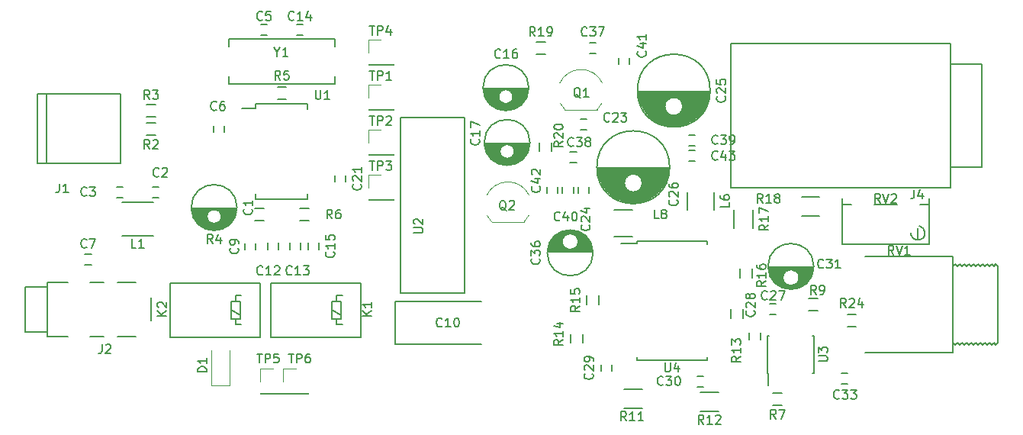
<source format=gto>
G04 #@! TF.FileFunction,Legend,Top*
%FSLAX46Y46*%
G04 Gerber Fmt 4.6, Leading zero omitted, Abs format (unit mm)*
G04 Created by KiCad (PCBNEW 4.0.6) date Sat Sep  9 23:12:20 2017*
%MOMM*%
%LPD*%
G01*
G04 APERTURE LIST*
%ADD10C,0.100000*%
%ADD11C,0.150000*%
%ADD12C,0.120000*%
G04 APERTURE END LIST*
D10*
D11*
X87037500Y-24250000D02*
G75*
G03X87037500Y-24250000I-4037500J0D01*
G01*
X84000000Y-26000000D02*
G75*
G03X84000000Y-26000000I-1000000J0D01*
G01*
X83200000Y-28245000D02*
X82800000Y-28245000D01*
X84067000Y-28105000D02*
X81933000Y-28105000D01*
X84483000Y-27965000D02*
X81517000Y-27965000D01*
X84794000Y-27825000D02*
X81206000Y-27825000D01*
X85050000Y-27685000D02*
X80950000Y-27685000D01*
X85268000Y-27545000D02*
X80732000Y-27545000D01*
X85459000Y-27405000D02*
X80541000Y-27405000D01*
X85629000Y-27265000D02*
X80371000Y-27265000D01*
X85781000Y-27125000D02*
X80219000Y-27125000D01*
X82827000Y-26985000D02*
X80081000Y-26985000D01*
X85919000Y-26985000D02*
X83173000Y-26985000D01*
X82465000Y-26845000D02*
X79956000Y-26845000D01*
X86044000Y-26845000D02*
X83535000Y-26845000D01*
X82291000Y-26705000D02*
X79842000Y-26705000D01*
X86158000Y-26705000D02*
X83709000Y-26705000D01*
X82175000Y-26565000D02*
X79738000Y-26565000D01*
X86262000Y-26565000D02*
X83825000Y-26565000D01*
X82095000Y-26425000D02*
X79643000Y-26425000D01*
X86357000Y-26425000D02*
X83905000Y-26425000D01*
X82041000Y-26285000D02*
X79556000Y-26285000D01*
X86444000Y-26285000D02*
X83959000Y-26285000D01*
X82011000Y-26145000D02*
X79477000Y-26145000D01*
X86523000Y-26145000D02*
X83989000Y-26145000D01*
X82000000Y-26005000D02*
X79406000Y-26005000D01*
X86594000Y-26005000D02*
X84000000Y-26005000D01*
X82009000Y-25865000D02*
X79341000Y-25865000D01*
X86659000Y-25865000D02*
X83991000Y-25865000D01*
X82039000Y-25725000D02*
X79282000Y-25725000D01*
X86718000Y-25725000D02*
X83961000Y-25725000D01*
X82090000Y-25585000D02*
X79229000Y-25585000D01*
X86771000Y-25585000D02*
X83910000Y-25585000D01*
X82168000Y-25445000D02*
X79183000Y-25445000D01*
X86817000Y-25445000D02*
X83832000Y-25445000D01*
X82281000Y-25305000D02*
X79142000Y-25305000D01*
X86858000Y-25305000D02*
X83719000Y-25305000D01*
X82450000Y-25165000D02*
X79106000Y-25165000D01*
X86894000Y-25165000D02*
X83550000Y-25165000D01*
X82778000Y-25025000D02*
X79076000Y-25025000D01*
X86924000Y-25025000D02*
X83222000Y-25025000D01*
X86949000Y-24885000D02*
X79051000Y-24885000D01*
X86969000Y-24745000D02*
X79031000Y-24745000D01*
X86984000Y-24605000D02*
X79016000Y-24605000D01*
X86994000Y-24465000D02*
X79006000Y-24465000D01*
X86999000Y-24325000D02*
X79001000Y-24325000D01*
X21599940Y-24649360D02*
X12400060Y-24649360D01*
X21599940Y-32350640D02*
X21599940Y-24649360D01*
X12400060Y-32350640D02*
X21599940Y-32350640D01*
X12400060Y-24649360D02*
X12400060Y-32350640D01*
X13400820Y-24649360D02*
X13400820Y-32350640D01*
X34517500Y-37220000D02*
G75*
G03X34517500Y-37220000I-2537500J0D01*
G01*
X32780000Y-38220000D02*
G75*
G03X32780000Y-38220000I-800000J0D01*
G01*
X32452000Y-39675000D02*
X31508000Y-39675000D01*
X32924000Y-39535000D02*
X31036000Y-39535000D01*
X33213000Y-39395000D02*
X30747000Y-39395000D01*
X33432000Y-39255000D02*
X30528000Y-39255000D01*
X33611000Y-39115000D02*
X30349000Y-39115000D01*
X31715000Y-38975000D02*
X30200000Y-38975000D01*
X33760000Y-38975000D02*
X32245000Y-38975000D01*
X31468000Y-38835000D02*
X30072000Y-38835000D01*
X33888000Y-38835000D02*
X32492000Y-38835000D01*
X31336000Y-38695000D02*
X29961000Y-38695000D01*
X33999000Y-38695000D02*
X32624000Y-38695000D01*
X31254000Y-38555000D02*
X29866000Y-38555000D01*
X34094000Y-38555000D02*
X32706000Y-38555000D01*
X31204000Y-38415000D02*
X29784000Y-38415000D01*
X34176000Y-38415000D02*
X32756000Y-38415000D01*
X31182000Y-38275000D02*
X29714000Y-38275000D01*
X34246000Y-38275000D02*
X32778000Y-38275000D01*
X31185000Y-38135000D02*
X29653000Y-38135000D01*
X34307000Y-38135000D02*
X32775000Y-38135000D01*
X31212000Y-37995000D02*
X29603000Y-37995000D01*
X34357000Y-37995000D02*
X32748000Y-37995000D01*
X31268000Y-37855000D02*
X29562000Y-37855000D01*
X34398000Y-37855000D02*
X32692000Y-37855000D01*
X31360000Y-37715000D02*
X29529000Y-37715000D01*
X34431000Y-37715000D02*
X32600000Y-37715000D01*
X31507000Y-37575000D02*
X29505000Y-37575000D01*
X34455000Y-37575000D02*
X32453000Y-37575000D01*
X31826000Y-37435000D02*
X29489000Y-37435000D01*
X34471000Y-37435000D02*
X32134000Y-37435000D01*
X34479000Y-37295000D02*
X29481000Y-37295000D01*
X25850000Y-36100000D02*
X25150000Y-36100000D01*
X25150000Y-34900000D02*
X25850000Y-34900000D01*
X21850000Y-36100000D02*
X21150000Y-36100000D01*
X21150000Y-34900000D02*
X21850000Y-34900000D01*
X37850000Y-18100000D02*
X37150000Y-18100000D01*
X37150000Y-16900000D02*
X37850000Y-16900000D01*
X33100000Y-28150000D02*
X33100000Y-28850000D01*
X31900000Y-28850000D02*
X31900000Y-28150000D01*
X17650000Y-42400000D02*
X18350000Y-42400000D01*
X18350000Y-43600000D02*
X17650000Y-43600000D01*
X35400000Y-41900000D02*
X35400000Y-41200000D01*
X36600000Y-41200000D02*
X36600000Y-41900000D01*
X52050000Y-47600000D02*
X52050000Y-52400000D01*
X52050000Y-52400000D02*
X61650000Y-52400000D01*
X52050000Y-47600000D02*
X61650000Y-47600000D01*
X37900000Y-41850000D02*
X37900000Y-41150000D01*
X39100000Y-41150000D02*
X39100000Y-41850000D01*
X41600000Y-41150000D02*
X41600000Y-41850000D01*
X40400000Y-41850000D02*
X40400000Y-41150000D01*
X41150000Y-16900000D02*
X41850000Y-16900000D01*
X41850000Y-18100000D02*
X41150000Y-18100000D01*
X42400000Y-41850000D02*
X42400000Y-41150000D01*
X43600000Y-41150000D02*
X43600000Y-41850000D01*
X66897500Y-23920000D02*
G75*
G03X66897500Y-23920000I-2537500J0D01*
G01*
X65160000Y-24920000D02*
G75*
G03X65160000Y-24920000I-800000J0D01*
G01*
X64832000Y-26375000D02*
X63888000Y-26375000D01*
X65304000Y-26235000D02*
X63416000Y-26235000D01*
X65593000Y-26095000D02*
X63127000Y-26095000D01*
X65812000Y-25955000D02*
X62908000Y-25955000D01*
X65991000Y-25815000D02*
X62729000Y-25815000D01*
X64095000Y-25675000D02*
X62580000Y-25675000D01*
X66140000Y-25675000D02*
X64625000Y-25675000D01*
X63848000Y-25535000D02*
X62452000Y-25535000D01*
X66268000Y-25535000D02*
X64872000Y-25535000D01*
X63716000Y-25395000D02*
X62341000Y-25395000D01*
X66379000Y-25395000D02*
X65004000Y-25395000D01*
X63634000Y-25255000D02*
X62246000Y-25255000D01*
X66474000Y-25255000D02*
X65086000Y-25255000D01*
X63584000Y-25115000D02*
X62164000Y-25115000D01*
X66556000Y-25115000D02*
X65136000Y-25115000D01*
X63562000Y-24975000D02*
X62094000Y-24975000D01*
X66626000Y-24975000D02*
X65158000Y-24975000D01*
X63565000Y-24835000D02*
X62033000Y-24835000D01*
X66687000Y-24835000D02*
X65155000Y-24835000D01*
X63592000Y-24695000D02*
X61983000Y-24695000D01*
X66737000Y-24695000D02*
X65128000Y-24695000D01*
X63648000Y-24555000D02*
X61942000Y-24555000D01*
X66778000Y-24555000D02*
X65072000Y-24555000D01*
X63740000Y-24415000D02*
X61909000Y-24415000D01*
X66811000Y-24415000D02*
X64980000Y-24415000D01*
X63887000Y-24275000D02*
X61885000Y-24275000D01*
X66835000Y-24275000D02*
X64833000Y-24275000D01*
X64206000Y-24135000D02*
X61869000Y-24135000D01*
X66851000Y-24135000D02*
X64514000Y-24135000D01*
X66859000Y-23995000D02*
X61861000Y-23995000D01*
X67037500Y-30000000D02*
G75*
G03X67037500Y-30000000I-2537500J0D01*
G01*
X65300000Y-31000000D02*
G75*
G03X65300000Y-31000000I-800000J0D01*
G01*
X64972000Y-32455000D02*
X64028000Y-32455000D01*
X65444000Y-32315000D02*
X63556000Y-32315000D01*
X65733000Y-32175000D02*
X63267000Y-32175000D01*
X65952000Y-32035000D02*
X63048000Y-32035000D01*
X66131000Y-31895000D02*
X62869000Y-31895000D01*
X64235000Y-31755000D02*
X62720000Y-31755000D01*
X66280000Y-31755000D02*
X64765000Y-31755000D01*
X63988000Y-31615000D02*
X62592000Y-31615000D01*
X66408000Y-31615000D02*
X65012000Y-31615000D01*
X63856000Y-31475000D02*
X62481000Y-31475000D01*
X66519000Y-31475000D02*
X65144000Y-31475000D01*
X63774000Y-31335000D02*
X62386000Y-31335000D01*
X66614000Y-31335000D02*
X65226000Y-31335000D01*
X63724000Y-31195000D02*
X62304000Y-31195000D01*
X66696000Y-31195000D02*
X65276000Y-31195000D01*
X63702000Y-31055000D02*
X62234000Y-31055000D01*
X66766000Y-31055000D02*
X65298000Y-31055000D01*
X63705000Y-30915000D02*
X62173000Y-30915000D01*
X66827000Y-30915000D02*
X65295000Y-30915000D01*
X63732000Y-30775000D02*
X62123000Y-30775000D01*
X66877000Y-30775000D02*
X65268000Y-30775000D01*
X63788000Y-30635000D02*
X62082000Y-30635000D01*
X66918000Y-30635000D02*
X65212000Y-30635000D01*
X63880000Y-30495000D02*
X62049000Y-30495000D01*
X66951000Y-30495000D02*
X65120000Y-30495000D01*
X64027000Y-30355000D02*
X62025000Y-30355000D01*
X66975000Y-30355000D02*
X64973000Y-30355000D01*
X64346000Y-30215000D02*
X62009000Y-30215000D01*
X66991000Y-30215000D02*
X64654000Y-30215000D01*
X66999000Y-30075000D02*
X62001000Y-30075000D01*
X45400000Y-34350000D02*
X45400000Y-33650000D01*
X46600000Y-33650000D02*
X46600000Y-34350000D01*
X72650000Y-27400000D02*
X73350000Y-27400000D01*
X73350000Y-28600000D02*
X72650000Y-28600000D01*
X72400000Y-35600000D02*
X72400000Y-34900000D01*
X73600000Y-34900000D02*
X73600000Y-35600000D01*
X82537500Y-32750000D02*
G75*
G03X82537500Y-32750000I-4037500J0D01*
G01*
X79500000Y-34500000D02*
G75*
G03X79500000Y-34500000I-1000000J0D01*
G01*
X78700000Y-36745000D02*
X78300000Y-36745000D01*
X79567000Y-36605000D02*
X77433000Y-36605000D01*
X79983000Y-36465000D02*
X77017000Y-36465000D01*
X80294000Y-36325000D02*
X76706000Y-36325000D01*
X80550000Y-36185000D02*
X76450000Y-36185000D01*
X80768000Y-36045000D02*
X76232000Y-36045000D01*
X80959000Y-35905000D02*
X76041000Y-35905000D01*
X81129000Y-35765000D02*
X75871000Y-35765000D01*
X81281000Y-35625000D02*
X75719000Y-35625000D01*
X78327000Y-35485000D02*
X75581000Y-35485000D01*
X81419000Y-35485000D02*
X78673000Y-35485000D01*
X77965000Y-35345000D02*
X75456000Y-35345000D01*
X81544000Y-35345000D02*
X79035000Y-35345000D01*
X77791000Y-35205000D02*
X75342000Y-35205000D01*
X81658000Y-35205000D02*
X79209000Y-35205000D01*
X77675000Y-35065000D02*
X75238000Y-35065000D01*
X81762000Y-35065000D02*
X79325000Y-35065000D01*
X77595000Y-34925000D02*
X75143000Y-34925000D01*
X81857000Y-34925000D02*
X79405000Y-34925000D01*
X77541000Y-34785000D02*
X75056000Y-34785000D01*
X81944000Y-34785000D02*
X79459000Y-34785000D01*
X77511000Y-34645000D02*
X74977000Y-34645000D01*
X82023000Y-34645000D02*
X79489000Y-34645000D01*
X77500000Y-34505000D02*
X74906000Y-34505000D01*
X82094000Y-34505000D02*
X79500000Y-34505000D01*
X77509000Y-34365000D02*
X74841000Y-34365000D01*
X82159000Y-34365000D02*
X79491000Y-34365000D01*
X77539000Y-34225000D02*
X74782000Y-34225000D01*
X82218000Y-34225000D02*
X79461000Y-34225000D01*
X77590000Y-34085000D02*
X74729000Y-34085000D01*
X82271000Y-34085000D02*
X79410000Y-34085000D01*
X77668000Y-33945000D02*
X74683000Y-33945000D01*
X82317000Y-33945000D02*
X79332000Y-33945000D01*
X77781000Y-33805000D02*
X74642000Y-33805000D01*
X82358000Y-33805000D02*
X79219000Y-33805000D01*
X77950000Y-33665000D02*
X74606000Y-33665000D01*
X82394000Y-33665000D02*
X79050000Y-33665000D01*
X78278000Y-33525000D02*
X74576000Y-33525000D01*
X82424000Y-33525000D02*
X78722000Y-33525000D01*
X82449000Y-33385000D02*
X74551000Y-33385000D01*
X82469000Y-33245000D02*
X74531000Y-33245000D01*
X82484000Y-33105000D02*
X74516000Y-33105000D01*
X82494000Y-32965000D02*
X74506000Y-32965000D01*
X82499000Y-32825000D02*
X74501000Y-32825000D01*
X94350000Y-49100000D02*
X93650000Y-49100000D01*
X93650000Y-47900000D02*
X94350000Y-47900000D01*
X91400000Y-51850000D02*
X91400000Y-51150000D01*
X92600000Y-51150000D02*
X92600000Y-51850000D01*
X76100000Y-54650000D02*
X76100000Y-55350000D01*
X74900000Y-55350000D02*
X74900000Y-54650000D01*
X86300000Y-57100000D02*
X85600000Y-57100000D01*
X85600000Y-55900000D02*
X86300000Y-55900000D01*
X98537500Y-43750000D02*
G75*
G03X98537500Y-43750000I-2537500J0D01*
G01*
X96900000Y-45000000D02*
G75*
G03X96900000Y-45000000I-900000J0D01*
G01*
X96472000Y-46205000D02*
X95528000Y-46205000D01*
X96944000Y-46065000D02*
X95056000Y-46065000D01*
X97233000Y-45925000D02*
X94767000Y-45925000D01*
X95560000Y-45785000D02*
X94548000Y-45785000D01*
X97452000Y-45785000D02*
X96440000Y-45785000D01*
X95372000Y-45645000D02*
X94369000Y-45645000D01*
X97631000Y-45645000D02*
X96628000Y-45645000D01*
X95255000Y-45505000D02*
X94220000Y-45505000D01*
X97780000Y-45505000D02*
X96745000Y-45505000D01*
X95177000Y-45365000D02*
X94092000Y-45365000D01*
X97908000Y-45365000D02*
X96823000Y-45365000D01*
X95129000Y-45225000D02*
X93981000Y-45225000D01*
X98019000Y-45225000D02*
X96871000Y-45225000D01*
X95104000Y-45085000D02*
X93886000Y-45085000D01*
X98114000Y-45085000D02*
X96896000Y-45085000D01*
X95102000Y-44945000D02*
X93804000Y-44945000D01*
X98196000Y-44945000D02*
X96898000Y-44945000D01*
X95121000Y-44805000D02*
X93734000Y-44805000D01*
X98266000Y-44805000D02*
X96879000Y-44805000D01*
X95165000Y-44665000D02*
X93673000Y-44665000D01*
X98327000Y-44665000D02*
X96835000Y-44665000D01*
X95236000Y-44525000D02*
X93623000Y-44525000D01*
X98377000Y-44525000D02*
X96764000Y-44525000D01*
X95343000Y-44385000D02*
X93582000Y-44385000D01*
X98418000Y-44385000D02*
X96657000Y-44385000D01*
X95510000Y-44245000D02*
X93549000Y-44245000D01*
X98451000Y-44245000D02*
X96490000Y-44245000D01*
X95905000Y-44105000D02*
X93525000Y-44105000D01*
X98475000Y-44105000D02*
X96095000Y-44105000D01*
X98491000Y-43965000D02*
X93509000Y-43965000D01*
X98499000Y-43825000D02*
X93501000Y-43825000D01*
X101620000Y-55580000D02*
X102320000Y-55580000D01*
X102320000Y-56780000D02*
X101620000Y-56780000D01*
X74037500Y-42250000D02*
G75*
G03X74037500Y-42250000I-2537500J0D01*
G01*
X72400000Y-41000000D02*
G75*
G03X72400000Y-41000000I-900000J0D01*
G01*
X71028000Y-39795000D02*
X71972000Y-39795000D01*
X70556000Y-39935000D02*
X72444000Y-39935000D01*
X70267000Y-40075000D02*
X72733000Y-40075000D01*
X71940000Y-40215000D02*
X72952000Y-40215000D01*
X70048000Y-40215000D02*
X71060000Y-40215000D01*
X72128000Y-40355000D02*
X73131000Y-40355000D01*
X69869000Y-40355000D02*
X70872000Y-40355000D01*
X72245000Y-40495000D02*
X73280000Y-40495000D01*
X69720000Y-40495000D02*
X70755000Y-40495000D01*
X72323000Y-40635000D02*
X73408000Y-40635000D01*
X69592000Y-40635000D02*
X70677000Y-40635000D01*
X72371000Y-40775000D02*
X73519000Y-40775000D01*
X69481000Y-40775000D02*
X70629000Y-40775000D01*
X72396000Y-40915000D02*
X73614000Y-40915000D01*
X69386000Y-40915000D02*
X70604000Y-40915000D01*
X72398000Y-41055000D02*
X73696000Y-41055000D01*
X69304000Y-41055000D02*
X70602000Y-41055000D01*
X72379000Y-41195000D02*
X73766000Y-41195000D01*
X69234000Y-41195000D02*
X70621000Y-41195000D01*
X72335000Y-41335000D02*
X73827000Y-41335000D01*
X69173000Y-41335000D02*
X70665000Y-41335000D01*
X72264000Y-41475000D02*
X73877000Y-41475000D01*
X69123000Y-41475000D02*
X70736000Y-41475000D01*
X72157000Y-41615000D02*
X73918000Y-41615000D01*
X69082000Y-41615000D02*
X70843000Y-41615000D01*
X71990000Y-41755000D02*
X73951000Y-41755000D01*
X69049000Y-41755000D02*
X71010000Y-41755000D01*
X71595000Y-41895000D02*
X73975000Y-41895000D01*
X69025000Y-41895000D02*
X71405000Y-41895000D01*
X69009000Y-42035000D02*
X73991000Y-42035000D01*
X69001000Y-42175000D02*
X73999000Y-42175000D01*
D12*
X31710000Y-56960000D02*
X31710000Y-53060000D01*
X33710000Y-56960000D02*
X33710000Y-53060000D01*
X31710000Y-56960000D02*
X33710000Y-56960000D01*
D11*
X89350000Y-19000000D02*
X113750000Y-19000000D01*
X89350000Y-35000000D02*
X89350000Y-19000000D01*
X113750000Y-35000000D02*
X89350000Y-35000000D01*
X117150000Y-21300000D02*
X117150000Y-32700000D01*
X113750000Y-32700000D02*
X117150000Y-32700000D01*
X113750000Y-19000000D02*
X113750000Y-35000000D01*
X113750000Y-21300000D02*
X117150000Y-21300000D01*
X48306500Y-51597000D02*
X48306500Y-45628000D01*
X48300000Y-45600000D02*
X38300000Y-45600000D01*
X38273500Y-51597000D02*
X38273500Y-45628000D01*
X48300000Y-51600000D02*
X38300000Y-51600000D01*
X46084000Y-49565000D02*
X45068000Y-49565000D01*
X45068000Y-47660000D02*
X45068000Y-49565000D01*
X46084000Y-47660000D02*
X45068000Y-47660000D01*
X46084000Y-49565000D02*
X46084000Y-47660000D01*
X45576000Y-50200000D02*
X45576000Y-49565000D01*
X46211000Y-50200000D02*
X45576000Y-50200000D01*
X45576000Y-47000000D02*
X45576000Y-47660000D01*
X46211000Y-47000000D02*
X45576000Y-47000000D01*
X46084000Y-49184000D02*
X45068000Y-48549000D01*
X37106500Y-51597000D02*
X37106500Y-45628000D01*
X37100000Y-45600000D02*
X27100000Y-45600000D01*
X27073500Y-51597000D02*
X27073500Y-45628000D01*
X37100000Y-51600000D02*
X27100000Y-51600000D01*
X34884000Y-49565000D02*
X33868000Y-49565000D01*
X33868000Y-47660000D02*
X33868000Y-49565000D01*
X34884000Y-47660000D02*
X33868000Y-47660000D01*
X34884000Y-49565000D02*
X34884000Y-47660000D01*
X34376000Y-50200000D02*
X34376000Y-49565000D01*
X35011000Y-50200000D02*
X34376000Y-50200000D01*
X34376000Y-47000000D02*
X34376000Y-47660000D01*
X35011000Y-47000000D02*
X34376000Y-47000000D01*
X34884000Y-49184000D02*
X33868000Y-48549000D01*
X21772800Y-36620400D02*
X25227200Y-36620400D01*
X21772800Y-40379600D02*
X25227200Y-40379600D01*
X87475000Y-35500000D02*
X87475000Y-37500000D01*
X84525000Y-37500000D02*
X84525000Y-35500000D01*
X78410000Y-40425000D02*
X76410000Y-40425000D01*
X76410000Y-37475000D02*
X78410000Y-37475000D01*
X24500000Y-27825000D02*
X25500000Y-27825000D01*
X25500000Y-29175000D02*
X24500000Y-29175000D01*
X25500000Y-27175000D02*
X24500000Y-27175000D01*
X24500000Y-25825000D02*
X25500000Y-25825000D01*
X37500000Y-38675000D02*
X36500000Y-38675000D01*
X36500000Y-37325000D02*
X37500000Y-37325000D01*
X39000000Y-23825000D02*
X40000000Y-23825000D01*
X40000000Y-25175000D02*
X39000000Y-25175000D01*
X42500000Y-38675000D02*
X41500000Y-38675000D01*
X41500000Y-37325000D02*
X42500000Y-37325000D01*
X94000000Y-57825000D02*
X95000000Y-57825000D01*
X95000000Y-59175000D02*
X94000000Y-59175000D01*
X98000000Y-47325000D02*
X99000000Y-47325000D01*
X99000000Y-48675000D02*
X98000000Y-48675000D01*
X77470000Y-57345000D02*
X79470000Y-57345000D01*
X79470000Y-59495000D02*
X77470000Y-59495000D01*
X85960000Y-57705000D02*
X87960000Y-57705000D01*
X87960000Y-59855000D02*
X85960000Y-59855000D01*
X89325000Y-49500000D02*
X89325000Y-48500000D01*
X90675000Y-48500000D02*
X90675000Y-49500000D01*
X72925000Y-51250000D02*
X72925000Y-52250000D01*
X71575000Y-52250000D02*
X71575000Y-51250000D01*
X73325000Y-48000000D02*
X73325000Y-47000000D01*
X74675000Y-47000000D02*
X74675000Y-48000000D01*
X91675000Y-44000000D02*
X91675000Y-45000000D01*
X90325000Y-45000000D02*
X90325000Y-44000000D01*
X91825000Y-37500000D02*
X91825000Y-39500000D01*
X89675000Y-39500000D02*
X89675000Y-37500000D01*
X99190000Y-38165000D02*
X97190000Y-38165000D01*
X97190000Y-36015000D02*
X99190000Y-36015000D01*
X114000000Y-42650000D02*
X104250000Y-42650000D01*
X118750000Y-52500000D02*
X119000000Y-52250000D01*
X118500000Y-52250000D02*
X118750000Y-52500000D01*
X118250000Y-52500000D02*
X118500000Y-52250000D01*
X118000000Y-52250000D02*
X118250000Y-52500000D01*
X117750000Y-52500000D02*
X118000000Y-52250000D01*
X117500000Y-52250000D02*
X117750000Y-52500000D01*
X117250000Y-52500000D02*
X117500000Y-52250000D01*
X117000000Y-52250000D02*
X117250000Y-52500000D01*
X116750000Y-52500000D02*
X117000000Y-52250000D01*
X116500000Y-52250000D02*
X116750000Y-52500000D01*
X116250000Y-52500000D02*
X116500000Y-52250000D01*
X116000000Y-52250000D02*
X116250000Y-52500000D01*
X115750000Y-52500000D02*
X116000000Y-52250000D01*
X115500000Y-52250000D02*
X115750000Y-52500000D01*
X115250000Y-52500000D02*
X115500000Y-52250000D01*
X115000000Y-52250000D02*
X115250000Y-52500000D01*
X114750000Y-52500000D02*
X115000000Y-52250000D01*
X114500000Y-52250000D02*
X114750000Y-52500000D01*
X114250000Y-52500000D02*
X114500000Y-52250000D01*
X114000000Y-52250000D02*
X114250000Y-52500000D01*
X114250000Y-43500000D02*
X114000000Y-43750000D01*
X118750000Y-43500000D02*
X119000000Y-43750000D01*
X118500000Y-43750000D02*
X118750000Y-43500000D01*
X118250000Y-43500000D02*
X118500000Y-43750000D01*
X118000000Y-43750000D02*
X118250000Y-43500000D01*
X117750000Y-43500000D02*
X118000000Y-43750000D01*
X117500000Y-43750000D02*
X117750000Y-43500000D01*
X117250000Y-43500000D02*
X117500000Y-43750000D01*
X117000000Y-43750000D02*
X117250000Y-43500000D01*
X116750000Y-43500000D02*
X117000000Y-43750000D01*
X116500000Y-43750000D02*
X116750000Y-43500000D01*
X116250000Y-43500000D02*
X116500000Y-43750000D01*
X116000000Y-43750000D02*
X116250000Y-43500000D01*
X115750000Y-43500000D02*
X116000000Y-43750000D01*
X115500000Y-43750000D02*
X115750000Y-43500000D01*
X115250000Y-43500000D02*
X115500000Y-43750000D01*
X115000000Y-43750000D02*
X115250000Y-43500000D01*
X114750000Y-43500000D02*
X115000000Y-43750000D01*
X114500000Y-43750000D02*
X114750000Y-43500000D01*
X114750000Y-43500000D02*
X114500000Y-43750000D01*
X114250000Y-43500000D02*
X114500000Y-43750000D01*
X119000000Y-43750000D02*
X119000000Y-52250000D01*
X114000000Y-42650000D02*
X114000000Y-53350000D01*
X114000000Y-53350000D02*
X104250000Y-53350000D01*
X36625000Y-26250000D02*
X35025000Y-26250000D01*
X36625000Y-36325000D02*
X42375000Y-36325000D01*
X36625000Y-25675000D02*
X42375000Y-25675000D01*
X36625000Y-36325000D02*
X36625000Y-35675000D01*
X42375000Y-36325000D02*
X42375000Y-35675000D01*
X42375000Y-25675000D02*
X42375000Y-26325000D01*
X36625000Y-25675000D02*
X36625000Y-26250000D01*
X93475000Y-55575000D02*
X93475000Y-56975000D01*
X98575000Y-55575000D02*
X98575000Y-51425000D01*
X93425000Y-55575000D02*
X93425000Y-51425000D01*
X98575000Y-55575000D02*
X98430000Y-55575000D01*
X98575000Y-51425000D02*
X98430000Y-51425000D01*
X93425000Y-51425000D02*
X93570000Y-51425000D01*
X93425000Y-55575000D02*
X93475000Y-55575000D01*
X78925000Y-41230000D02*
X77125000Y-41230000D01*
X78925000Y-54130000D02*
X86675000Y-54130000D01*
X78925000Y-40980000D02*
X86675000Y-40980000D01*
X78925000Y-54130000D02*
X78925000Y-53795000D01*
X86675000Y-54130000D02*
X86675000Y-53795000D01*
X86675000Y-40980000D02*
X86675000Y-41315000D01*
X78925000Y-40980000D02*
X78925000Y-41230000D01*
X33650380Y-18500640D02*
X33650380Y-19349000D01*
X33650380Y-23499360D02*
X33650380Y-22651000D01*
X45349620Y-18500640D02*
X45349620Y-19349000D01*
X45349620Y-23499360D02*
X45349620Y-22651000D01*
X45349620Y-18500640D02*
X33650380Y-18500640D01*
X33650380Y-23499360D02*
X45349620Y-23499360D01*
D12*
X49110000Y-23610000D02*
X50500000Y-23610000D01*
X49110000Y-25000000D02*
X49110000Y-23610000D01*
X51890000Y-26270000D02*
X49110000Y-26270000D01*
X51890000Y-26390000D02*
X51890000Y-26270000D01*
X49110000Y-26390000D02*
X51890000Y-26390000D01*
X49110000Y-26270000D02*
X49110000Y-26390000D01*
X49110000Y-28610000D02*
X50500000Y-28610000D01*
X49110000Y-30000000D02*
X49110000Y-28610000D01*
X51890000Y-31270000D02*
X49110000Y-31270000D01*
X51890000Y-31390000D02*
X51890000Y-31270000D01*
X49110000Y-31390000D02*
X51890000Y-31390000D01*
X49110000Y-31270000D02*
X49110000Y-31390000D01*
X49110000Y-33610000D02*
X50500000Y-33610000D01*
X49110000Y-35000000D02*
X49110000Y-33610000D01*
X51890000Y-36270000D02*
X49110000Y-36270000D01*
X51890000Y-36390000D02*
X51890000Y-36270000D01*
X49110000Y-36390000D02*
X51890000Y-36390000D01*
X49110000Y-36270000D02*
X49110000Y-36390000D01*
X49110000Y-18610000D02*
X50500000Y-18610000D01*
X49110000Y-20000000D02*
X49110000Y-18610000D01*
X51890000Y-21270000D02*
X49110000Y-21270000D01*
X51890000Y-21390000D02*
X51890000Y-21270000D01*
X49110000Y-21390000D02*
X51890000Y-21390000D01*
X49110000Y-21270000D02*
X49110000Y-21390000D01*
D11*
X11000000Y-46000000D02*
X11000000Y-48500000D01*
X21500000Y-45500000D02*
X23250000Y-45500000D01*
X21500000Y-45500000D02*
X21250000Y-45500000D01*
X18250000Y-45500000D02*
X19750000Y-45500000D01*
X19750000Y-51500000D02*
X18250000Y-51500000D01*
X21250000Y-51500000D02*
X23250000Y-51500000D01*
X25000000Y-48250000D02*
X25000000Y-47250000D01*
X25000000Y-48250000D02*
X25000000Y-49750000D01*
X13500000Y-51500000D02*
X15750000Y-51500000D01*
X13500000Y-47750000D02*
X13500000Y-51500000D01*
X13500000Y-45500000D02*
X15750000Y-45500000D01*
X13500000Y-45500000D02*
X13500000Y-47750000D01*
X13500000Y-46000000D02*
X11000000Y-46000000D01*
X11000000Y-48500000D02*
X11000000Y-51000000D01*
X11000000Y-51000000D02*
X13500000Y-51000000D01*
X74350000Y-20100000D02*
X73650000Y-20100000D01*
X73650000Y-18900000D02*
X74350000Y-18900000D01*
X72200000Y-32220000D02*
X71500000Y-32220000D01*
X71500000Y-31020000D02*
X72200000Y-31020000D01*
D12*
X75034184Y-25622795D02*
G75*
G02X74510000Y-26350000I-2324184J1122795D01*
G01*
X75066400Y-23401193D02*
G75*
G03X72710000Y-21900000I-2356400J-1098807D01*
G01*
X70353600Y-23401193D02*
G75*
G02X72710000Y-21900000I2356400J-1098807D01*
G01*
X70385816Y-25622795D02*
G75*
G03X70910000Y-26350000I2324184J1122795D01*
G01*
X70910000Y-26350000D02*
X74510000Y-26350000D01*
X66914184Y-38092795D02*
G75*
G02X66390000Y-38820000I-2324184J1122795D01*
G01*
X66946400Y-35871193D02*
G75*
G03X64590000Y-34370000I-2356400J-1098807D01*
G01*
X62233600Y-35871193D02*
G75*
G02X64590000Y-34370000I2356400J-1098807D01*
G01*
X62265816Y-38092795D02*
G75*
G03X62790000Y-38820000I2324184J1122795D01*
G01*
X62790000Y-38820000D02*
X66390000Y-38820000D01*
D11*
X67750000Y-18825000D02*
X68750000Y-18825000D01*
X68750000Y-20175000D02*
X67750000Y-20175000D01*
X68075000Y-31000000D02*
X68075000Y-30000000D01*
X69425000Y-30000000D02*
X69425000Y-31000000D01*
X84650000Y-29150000D02*
X85350000Y-29150000D01*
X85350000Y-30350000D02*
X84650000Y-30350000D01*
X70650000Y-35600000D02*
X70650000Y-34900000D01*
X71850000Y-34900000D02*
X71850000Y-35600000D01*
X78100000Y-20650000D02*
X78100000Y-21350000D01*
X76900000Y-21350000D02*
X76900000Y-20650000D01*
X68900000Y-35600000D02*
X68900000Y-34900000D01*
X70100000Y-34900000D02*
X70100000Y-35600000D01*
X84650000Y-30900000D02*
X85350000Y-30900000D01*
X85350000Y-32100000D02*
X84650000Y-32100000D01*
X52670000Y-27200000D02*
X59770000Y-27200000D01*
X52670000Y-46700000D02*
X52670000Y-27200000D01*
X59770000Y-46700000D02*
X59770000Y-27200000D01*
X59770000Y-46700000D02*
X52670000Y-46700000D01*
X102250000Y-49075000D02*
X103250000Y-49075000D01*
X103250000Y-50425000D02*
X102250000Y-50425000D01*
X111366000Y-38770000D02*
X111366000Y-40040000D01*
X111366000Y-36230000D02*
X111366000Y-38770000D01*
X101714000Y-41310000D02*
X101714000Y-36230000D01*
X111366000Y-41310000D02*
X101714000Y-41310000D01*
X111366000Y-40040000D02*
X111366000Y-41310000D01*
X110426200Y-39341500D02*
X110248400Y-39252600D01*
X110769100Y-39595500D02*
X110426200Y-39341500D01*
X110870700Y-40001900D02*
X110769100Y-39595500D01*
X110819900Y-40319400D02*
X110870700Y-40001900D01*
X110642100Y-40611500D02*
X110819900Y-40319400D01*
X110286500Y-40814700D02*
X110642100Y-40611500D01*
X109842000Y-40802000D02*
X110286500Y-40814700D01*
X109524500Y-40586100D02*
X109842000Y-40802000D01*
X109346700Y-40306700D02*
X109524500Y-40586100D01*
X109308600Y-40052700D02*
X109346700Y-40306700D01*
X110096000Y-40802000D02*
X110096000Y-39532000D01*
X101714000Y-36865000D02*
X102730000Y-36865000D01*
X105270000Y-36865000D02*
X107810000Y-36865000D01*
X110350000Y-36865000D02*
X111366000Y-36865000D01*
D12*
X37110000Y-55110000D02*
X38500000Y-55110000D01*
X37110000Y-56500000D02*
X37110000Y-55110000D01*
X39890000Y-57770000D02*
X37110000Y-57770000D01*
X39890000Y-57890000D02*
X39890000Y-57770000D01*
X37110000Y-57890000D02*
X39890000Y-57890000D01*
X37110000Y-57770000D02*
X37110000Y-57890000D01*
X39650000Y-55110000D02*
X41040000Y-55110000D01*
X39650000Y-56500000D02*
X39650000Y-55110000D01*
X42430000Y-57770000D02*
X39650000Y-57770000D01*
X42430000Y-57890000D02*
X42430000Y-57770000D01*
X39650000Y-57890000D02*
X42430000Y-57890000D01*
X39650000Y-57770000D02*
X39650000Y-57890000D01*
D11*
X88657143Y-24892857D02*
X88704762Y-24940476D01*
X88752381Y-25083333D01*
X88752381Y-25178571D01*
X88704762Y-25321429D01*
X88609524Y-25416667D01*
X88514286Y-25464286D01*
X88323810Y-25511905D01*
X88180952Y-25511905D01*
X87990476Y-25464286D01*
X87895238Y-25416667D01*
X87800000Y-25321429D01*
X87752381Y-25178571D01*
X87752381Y-25083333D01*
X87800000Y-24940476D01*
X87847619Y-24892857D01*
X87847619Y-24511905D02*
X87800000Y-24464286D01*
X87752381Y-24369048D01*
X87752381Y-24130952D01*
X87800000Y-24035714D01*
X87847619Y-23988095D01*
X87942857Y-23940476D01*
X88038095Y-23940476D01*
X88180952Y-23988095D01*
X88752381Y-24559524D01*
X88752381Y-23940476D01*
X87752381Y-23035714D02*
X87752381Y-23511905D01*
X88228571Y-23559524D01*
X88180952Y-23511905D01*
X88133333Y-23416667D01*
X88133333Y-23178571D01*
X88180952Y-23083333D01*
X88228571Y-23035714D01*
X88323810Y-22988095D01*
X88561905Y-22988095D01*
X88657143Y-23035714D01*
X88704762Y-23083333D01*
X88752381Y-23178571D01*
X88752381Y-23416667D01*
X88704762Y-23511905D01*
X88657143Y-23559524D01*
X14816667Y-34562381D02*
X14816667Y-35276667D01*
X14769047Y-35419524D01*
X14673809Y-35514762D01*
X14530952Y-35562381D01*
X14435714Y-35562381D01*
X15816667Y-35562381D02*
X15245238Y-35562381D01*
X15530952Y-35562381D02*
X15530952Y-34562381D01*
X15435714Y-34705238D01*
X15340476Y-34800476D01*
X15245238Y-34848095D01*
X36137143Y-37386666D02*
X36184762Y-37434285D01*
X36232381Y-37577142D01*
X36232381Y-37672380D01*
X36184762Y-37815238D01*
X36089524Y-37910476D01*
X35994286Y-37958095D01*
X35803810Y-38005714D01*
X35660952Y-38005714D01*
X35470476Y-37958095D01*
X35375238Y-37910476D01*
X35280000Y-37815238D01*
X35232381Y-37672380D01*
X35232381Y-37577142D01*
X35280000Y-37434285D01*
X35327619Y-37386666D01*
X36232381Y-36434285D02*
X36232381Y-37005714D01*
X36232381Y-36720000D02*
X35232381Y-36720000D01*
X35375238Y-36815238D01*
X35470476Y-36910476D01*
X35518095Y-37005714D01*
X25843334Y-33717143D02*
X25795715Y-33764762D01*
X25652858Y-33812381D01*
X25557620Y-33812381D01*
X25414762Y-33764762D01*
X25319524Y-33669524D01*
X25271905Y-33574286D01*
X25224286Y-33383810D01*
X25224286Y-33240952D01*
X25271905Y-33050476D01*
X25319524Y-32955238D01*
X25414762Y-32860000D01*
X25557620Y-32812381D01*
X25652858Y-32812381D01*
X25795715Y-32860000D01*
X25843334Y-32907619D01*
X26224286Y-32907619D02*
X26271905Y-32860000D01*
X26367143Y-32812381D01*
X26605239Y-32812381D01*
X26700477Y-32860000D01*
X26748096Y-32907619D01*
X26795715Y-33002857D01*
X26795715Y-33098095D01*
X26748096Y-33240952D01*
X26176667Y-33812381D01*
X26795715Y-33812381D01*
X17833334Y-35857143D02*
X17785715Y-35904762D01*
X17642858Y-35952381D01*
X17547620Y-35952381D01*
X17404762Y-35904762D01*
X17309524Y-35809524D01*
X17261905Y-35714286D01*
X17214286Y-35523810D01*
X17214286Y-35380952D01*
X17261905Y-35190476D01*
X17309524Y-35095238D01*
X17404762Y-35000000D01*
X17547620Y-34952381D01*
X17642858Y-34952381D01*
X17785715Y-35000000D01*
X17833334Y-35047619D01*
X18166667Y-34952381D02*
X18785715Y-34952381D01*
X18452381Y-35333333D01*
X18595239Y-35333333D01*
X18690477Y-35380952D01*
X18738096Y-35428571D01*
X18785715Y-35523810D01*
X18785715Y-35761905D01*
X18738096Y-35857143D01*
X18690477Y-35904762D01*
X18595239Y-35952381D01*
X18309524Y-35952381D01*
X18214286Y-35904762D01*
X18166667Y-35857143D01*
X37333334Y-16357143D02*
X37285715Y-16404762D01*
X37142858Y-16452381D01*
X37047620Y-16452381D01*
X36904762Y-16404762D01*
X36809524Y-16309524D01*
X36761905Y-16214286D01*
X36714286Y-16023810D01*
X36714286Y-15880952D01*
X36761905Y-15690476D01*
X36809524Y-15595238D01*
X36904762Y-15500000D01*
X37047620Y-15452381D01*
X37142858Y-15452381D01*
X37285715Y-15500000D01*
X37333334Y-15547619D01*
X38238096Y-15452381D02*
X37761905Y-15452381D01*
X37714286Y-15928571D01*
X37761905Y-15880952D01*
X37857143Y-15833333D01*
X38095239Y-15833333D01*
X38190477Y-15880952D01*
X38238096Y-15928571D01*
X38285715Y-16023810D01*
X38285715Y-16261905D01*
X38238096Y-16357143D01*
X38190477Y-16404762D01*
X38095239Y-16452381D01*
X37857143Y-16452381D01*
X37761905Y-16404762D01*
X37714286Y-16357143D01*
X32233334Y-26357143D02*
X32185715Y-26404762D01*
X32042858Y-26452381D01*
X31947620Y-26452381D01*
X31804762Y-26404762D01*
X31709524Y-26309524D01*
X31661905Y-26214286D01*
X31614286Y-26023810D01*
X31614286Y-25880952D01*
X31661905Y-25690476D01*
X31709524Y-25595238D01*
X31804762Y-25500000D01*
X31947620Y-25452381D01*
X32042858Y-25452381D01*
X32185715Y-25500000D01*
X32233334Y-25547619D01*
X33090477Y-25452381D02*
X32900000Y-25452381D01*
X32804762Y-25500000D01*
X32757143Y-25547619D01*
X32661905Y-25690476D01*
X32614286Y-25880952D01*
X32614286Y-26261905D01*
X32661905Y-26357143D01*
X32709524Y-26404762D01*
X32804762Y-26452381D01*
X32995239Y-26452381D01*
X33090477Y-26404762D01*
X33138096Y-26357143D01*
X33185715Y-26261905D01*
X33185715Y-26023810D01*
X33138096Y-25928571D01*
X33090477Y-25880952D01*
X32995239Y-25833333D01*
X32804762Y-25833333D01*
X32709524Y-25880952D01*
X32661905Y-25928571D01*
X32614286Y-26023810D01*
X17833334Y-41607143D02*
X17785715Y-41654762D01*
X17642858Y-41702381D01*
X17547620Y-41702381D01*
X17404762Y-41654762D01*
X17309524Y-41559524D01*
X17261905Y-41464286D01*
X17214286Y-41273810D01*
X17214286Y-41130952D01*
X17261905Y-40940476D01*
X17309524Y-40845238D01*
X17404762Y-40750000D01*
X17547620Y-40702381D01*
X17642858Y-40702381D01*
X17785715Y-40750000D01*
X17833334Y-40797619D01*
X18166667Y-40702381D02*
X18833334Y-40702381D01*
X18404762Y-41702381D01*
X34607143Y-41716666D02*
X34654762Y-41764285D01*
X34702381Y-41907142D01*
X34702381Y-42002380D01*
X34654762Y-42145238D01*
X34559524Y-42240476D01*
X34464286Y-42288095D01*
X34273810Y-42335714D01*
X34130952Y-42335714D01*
X33940476Y-42288095D01*
X33845238Y-42240476D01*
X33750000Y-42145238D01*
X33702381Y-42002380D01*
X33702381Y-41907142D01*
X33750000Y-41764285D01*
X33797619Y-41716666D01*
X34702381Y-41240476D02*
X34702381Y-41050000D01*
X34654762Y-40954761D01*
X34607143Y-40907142D01*
X34464286Y-40811904D01*
X34273810Y-40764285D01*
X33892857Y-40764285D01*
X33797619Y-40811904D01*
X33750000Y-40859523D01*
X33702381Y-40954761D01*
X33702381Y-41145238D01*
X33750000Y-41240476D01*
X33797619Y-41288095D01*
X33892857Y-41335714D01*
X34130952Y-41335714D01*
X34226190Y-41288095D01*
X34273810Y-41240476D01*
X34321429Y-41145238D01*
X34321429Y-40954761D01*
X34273810Y-40859523D01*
X34226190Y-40811904D01*
X34130952Y-40764285D01*
X57277143Y-50367143D02*
X57229524Y-50414762D01*
X57086667Y-50462381D01*
X56991429Y-50462381D01*
X56848571Y-50414762D01*
X56753333Y-50319524D01*
X56705714Y-50224286D01*
X56658095Y-50033810D01*
X56658095Y-49890952D01*
X56705714Y-49700476D01*
X56753333Y-49605238D01*
X56848571Y-49510000D01*
X56991429Y-49462381D01*
X57086667Y-49462381D01*
X57229524Y-49510000D01*
X57277143Y-49557619D01*
X58229524Y-50462381D02*
X57658095Y-50462381D01*
X57943809Y-50462381D02*
X57943809Y-49462381D01*
X57848571Y-49605238D01*
X57753333Y-49700476D01*
X57658095Y-49748095D01*
X58848571Y-49462381D02*
X58943810Y-49462381D01*
X59039048Y-49510000D01*
X59086667Y-49557619D01*
X59134286Y-49652857D01*
X59181905Y-49843333D01*
X59181905Y-50081429D01*
X59134286Y-50271905D01*
X59086667Y-50367143D01*
X59039048Y-50414762D01*
X58943810Y-50462381D01*
X58848571Y-50462381D01*
X58753333Y-50414762D01*
X58705714Y-50367143D01*
X58658095Y-50271905D01*
X58610476Y-50081429D01*
X58610476Y-49843333D01*
X58658095Y-49652857D01*
X58705714Y-49557619D01*
X58753333Y-49510000D01*
X58848571Y-49462381D01*
X37357143Y-44607143D02*
X37309524Y-44654762D01*
X37166667Y-44702381D01*
X37071429Y-44702381D01*
X36928571Y-44654762D01*
X36833333Y-44559524D01*
X36785714Y-44464286D01*
X36738095Y-44273810D01*
X36738095Y-44130952D01*
X36785714Y-43940476D01*
X36833333Y-43845238D01*
X36928571Y-43750000D01*
X37071429Y-43702381D01*
X37166667Y-43702381D01*
X37309524Y-43750000D01*
X37357143Y-43797619D01*
X38309524Y-44702381D02*
X37738095Y-44702381D01*
X38023809Y-44702381D02*
X38023809Y-43702381D01*
X37928571Y-43845238D01*
X37833333Y-43940476D01*
X37738095Y-43988095D01*
X38690476Y-43797619D02*
X38738095Y-43750000D01*
X38833333Y-43702381D01*
X39071429Y-43702381D01*
X39166667Y-43750000D01*
X39214286Y-43797619D01*
X39261905Y-43892857D01*
X39261905Y-43988095D01*
X39214286Y-44130952D01*
X38642857Y-44702381D01*
X39261905Y-44702381D01*
X40607143Y-44607143D02*
X40559524Y-44654762D01*
X40416667Y-44702381D01*
X40321429Y-44702381D01*
X40178571Y-44654762D01*
X40083333Y-44559524D01*
X40035714Y-44464286D01*
X39988095Y-44273810D01*
X39988095Y-44130952D01*
X40035714Y-43940476D01*
X40083333Y-43845238D01*
X40178571Y-43750000D01*
X40321429Y-43702381D01*
X40416667Y-43702381D01*
X40559524Y-43750000D01*
X40607143Y-43797619D01*
X41559524Y-44702381D02*
X40988095Y-44702381D01*
X41273809Y-44702381D02*
X41273809Y-43702381D01*
X41178571Y-43845238D01*
X41083333Y-43940476D01*
X40988095Y-43988095D01*
X41892857Y-43702381D02*
X42511905Y-43702381D01*
X42178571Y-44083333D01*
X42321429Y-44083333D01*
X42416667Y-44130952D01*
X42464286Y-44178571D01*
X42511905Y-44273810D01*
X42511905Y-44511905D01*
X42464286Y-44607143D01*
X42416667Y-44654762D01*
X42321429Y-44702381D01*
X42035714Y-44702381D01*
X41940476Y-44654762D01*
X41892857Y-44607143D01*
X40857143Y-16357143D02*
X40809524Y-16404762D01*
X40666667Y-16452381D01*
X40571429Y-16452381D01*
X40428571Y-16404762D01*
X40333333Y-16309524D01*
X40285714Y-16214286D01*
X40238095Y-16023810D01*
X40238095Y-15880952D01*
X40285714Y-15690476D01*
X40333333Y-15595238D01*
X40428571Y-15500000D01*
X40571429Y-15452381D01*
X40666667Y-15452381D01*
X40809524Y-15500000D01*
X40857143Y-15547619D01*
X41809524Y-16452381D02*
X41238095Y-16452381D01*
X41523809Y-16452381D02*
X41523809Y-15452381D01*
X41428571Y-15595238D01*
X41333333Y-15690476D01*
X41238095Y-15738095D01*
X42666667Y-15785714D02*
X42666667Y-16452381D01*
X42428571Y-15404762D02*
X42190476Y-16119048D01*
X42809524Y-16119048D01*
X45257143Y-42142857D02*
X45304762Y-42190476D01*
X45352381Y-42333333D01*
X45352381Y-42428571D01*
X45304762Y-42571429D01*
X45209524Y-42666667D01*
X45114286Y-42714286D01*
X44923810Y-42761905D01*
X44780952Y-42761905D01*
X44590476Y-42714286D01*
X44495238Y-42666667D01*
X44400000Y-42571429D01*
X44352381Y-42428571D01*
X44352381Y-42333333D01*
X44400000Y-42190476D01*
X44447619Y-42142857D01*
X45352381Y-41190476D02*
X45352381Y-41761905D01*
X45352381Y-41476191D02*
X44352381Y-41476191D01*
X44495238Y-41571429D01*
X44590476Y-41666667D01*
X44638095Y-41761905D01*
X44352381Y-40285714D02*
X44352381Y-40761905D01*
X44828571Y-40809524D01*
X44780952Y-40761905D01*
X44733333Y-40666667D01*
X44733333Y-40428571D01*
X44780952Y-40333333D01*
X44828571Y-40285714D01*
X44923810Y-40238095D01*
X45161905Y-40238095D01*
X45257143Y-40285714D01*
X45304762Y-40333333D01*
X45352381Y-40428571D01*
X45352381Y-40666667D01*
X45304762Y-40761905D01*
X45257143Y-40809524D01*
X63757143Y-20557143D02*
X63709524Y-20604762D01*
X63566667Y-20652381D01*
X63471429Y-20652381D01*
X63328571Y-20604762D01*
X63233333Y-20509524D01*
X63185714Y-20414286D01*
X63138095Y-20223810D01*
X63138095Y-20080952D01*
X63185714Y-19890476D01*
X63233333Y-19795238D01*
X63328571Y-19700000D01*
X63471429Y-19652381D01*
X63566667Y-19652381D01*
X63709524Y-19700000D01*
X63757143Y-19747619D01*
X64709524Y-20652381D02*
X64138095Y-20652381D01*
X64423809Y-20652381D02*
X64423809Y-19652381D01*
X64328571Y-19795238D01*
X64233333Y-19890476D01*
X64138095Y-19938095D01*
X65566667Y-19652381D02*
X65376190Y-19652381D01*
X65280952Y-19700000D01*
X65233333Y-19747619D01*
X65138095Y-19890476D01*
X65090476Y-20080952D01*
X65090476Y-20461905D01*
X65138095Y-20557143D01*
X65185714Y-20604762D01*
X65280952Y-20652381D01*
X65471429Y-20652381D01*
X65566667Y-20604762D01*
X65614286Y-20557143D01*
X65661905Y-20461905D01*
X65661905Y-20223810D01*
X65614286Y-20128571D01*
X65566667Y-20080952D01*
X65471429Y-20033333D01*
X65280952Y-20033333D01*
X65185714Y-20080952D01*
X65138095Y-20128571D01*
X65090476Y-20223810D01*
X61357143Y-29642857D02*
X61404762Y-29690476D01*
X61452381Y-29833333D01*
X61452381Y-29928571D01*
X61404762Y-30071429D01*
X61309524Y-30166667D01*
X61214286Y-30214286D01*
X61023810Y-30261905D01*
X60880952Y-30261905D01*
X60690476Y-30214286D01*
X60595238Y-30166667D01*
X60500000Y-30071429D01*
X60452381Y-29928571D01*
X60452381Y-29833333D01*
X60500000Y-29690476D01*
X60547619Y-29642857D01*
X61452381Y-28690476D02*
X61452381Y-29261905D01*
X61452381Y-28976191D02*
X60452381Y-28976191D01*
X60595238Y-29071429D01*
X60690476Y-29166667D01*
X60738095Y-29261905D01*
X60452381Y-28357143D02*
X60452381Y-27690476D01*
X61452381Y-28119048D01*
X48257143Y-34642857D02*
X48304762Y-34690476D01*
X48352381Y-34833333D01*
X48352381Y-34928571D01*
X48304762Y-35071429D01*
X48209524Y-35166667D01*
X48114286Y-35214286D01*
X47923810Y-35261905D01*
X47780952Y-35261905D01*
X47590476Y-35214286D01*
X47495238Y-35166667D01*
X47400000Y-35071429D01*
X47352381Y-34928571D01*
X47352381Y-34833333D01*
X47400000Y-34690476D01*
X47447619Y-34642857D01*
X47447619Y-34261905D02*
X47400000Y-34214286D01*
X47352381Y-34119048D01*
X47352381Y-33880952D01*
X47400000Y-33785714D01*
X47447619Y-33738095D01*
X47542857Y-33690476D01*
X47638095Y-33690476D01*
X47780952Y-33738095D01*
X48352381Y-34309524D01*
X48352381Y-33690476D01*
X48352381Y-32738095D02*
X48352381Y-33309524D01*
X48352381Y-33023810D02*
X47352381Y-33023810D01*
X47495238Y-33119048D01*
X47590476Y-33214286D01*
X47638095Y-33309524D01*
X75857143Y-27607143D02*
X75809524Y-27654762D01*
X75666667Y-27702381D01*
X75571429Y-27702381D01*
X75428571Y-27654762D01*
X75333333Y-27559524D01*
X75285714Y-27464286D01*
X75238095Y-27273810D01*
X75238095Y-27130952D01*
X75285714Y-26940476D01*
X75333333Y-26845238D01*
X75428571Y-26750000D01*
X75571429Y-26702381D01*
X75666667Y-26702381D01*
X75809524Y-26750000D01*
X75857143Y-26797619D01*
X76238095Y-26797619D02*
X76285714Y-26750000D01*
X76380952Y-26702381D01*
X76619048Y-26702381D01*
X76714286Y-26750000D01*
X76761905Y-26797619D01*
X76809524Y-26892857D01*
X76809524Y-26988095D01*
X76761905Y-27130952D01*
X76190476Y-27702381D01*
X76809524Y-27702381D01*
X77142857Y-26702381D02*
X77761905Y-26702381D01*
X77428571Y-27083333D01*
X77571429Y-27083333D01*
X77666667Y-27130952D01*
X77714286Y-27178571D01*
X77761905Y-27273810D01*
X77761905Y-27511905D01*
X77714286Y-27607143D01*
X77666667Y-27654762D01*
X77571429Y-27702381D01*
X77285714Y-27702381D01*
X77190476Y-27654762D01*
X77142857Y-27607143D01*
X73607143Y-39142857D02*
X73654762Y-39190476D01*
X73702381Y-39333333D01*
X73702381Y-39428571D01*
X73654762Y-39571429D01*
X73559524Y-39666667D01*
X73464286Y-39714286D01*
X73273810Y-39761905D01*
X73130952Y-39761905D01*
X72940476Y-39714286D01*
X72845238Y-39666667D01*
X72750000Y-39571429D01*
X72702381Y-39428571D01*
X72702381Y-39333333D01*
X72750000Y-39190476D01*
X72797619Y-39142857D01*
X72797619Y-38761905D02*
X72750000Y-38714286D01*
X72702381Y-38619048D01*
X72702381Y-38380952D01*
X72750000Y-38285714D01*
X72797619Y-38238095D01*
X72892857Y-38190476D01*
X72988095Y-38190476D01*
X73130952Y-38238095D01*
X73702381Y-38809524D01*
X73702381Y-38190476D01*
X73035714Y-37333333D02*
X73702381Y-37333333D01*
X72654762Y-37571429D02*
X73369048Y-37809524D01*
X73369048Y-37190476D01*
X83357143Y-36392857D02*
X83404762Y-36440476D01*
X83452381Y-36583333D01*
X83452381Y-36678571D01*
X83404762Y-36821429D01*
X83309524Y-36916667D01*
X83214286Y-36964286D01*
X83023810Y-37011905D01*
X82880952Y-37011905D01*
X82690476Y-36964286D01*
X82595238Y-36916667D01*
X82500000Y-36821429D01*
X82452381Y-36678571D01*
X82452381Y-36583333D01*
X82500000Y-36440476D01*
X82547619Y-36392857D01*
X82547619Y-36011905D02*
X82500000Y-35964286D01*
X82452381Y-35869048D01*
X82452381Y-35630952D01*
X82500000Y-35535714D01*
X82547619Y-35488095D01*
X82642857Y-35440476D01*
X82738095Y-35440476D01*
X82880952Y-35488095D01*
X83452381Y-36059524D01*
X83452381Y-35440476D01*
X82452381Y-34583333D02*
X82452381Y-34773810D01*
X82500000Y-34869048D01*
X82547619Y-34916667D01*
X82690476Y-35011905D01*
X82880952Y-35059524D01*
X83261905Y-35059524D01*
X83357143Y-35011905D01*
X83404762Y-34964286D01*
X83452381Y-34869048D01*
X83452381Y-34678571D01*
X83404762Y-34583333D01*
X83357143Y-34535714D01*
X83261905Y-34488095D01*
X83023810Y-34488095D01*
X82928571Y-34535714D01*
X82880952Y-34583333D01*
X82833333Y-34678571D01*
X82833333Y-34869048D01*
X82880952Y-34964286D01*
X82928571Y-35011905D01*
X83023810Y-35059524D01*
X93357143Y-47357143D02*
X93309524Y-47404762D01*
X93166667Y-47452381D01*
X93071429Y-47452381D01*
X92928571Y-47404762D01*
X92833333Y-47309524D01*
X92785714Y-47214286D01*
X92738095Y-47023810D01*
X92738095Y-46880952D01*
X92785714Y-46690476D01*
X92833333Y-46595238D01*
X92928571Y-46500000D01*
X93071429Y-46452381D01*
X93166667Y-46452381D01*
X93309524Y-46500000D01*
X93357143Y-46547619D01*
X93738095Y-46547619D02*
X93785714Y-46500000D01*
X93880952Y-46452381D01*
X94119048Y-46452381D01*
X94214286Y-46500000D01*
X94261905Y-46547619D01*
X94309524Y-46642857D01*
X94309524Y-46738095D01*
X94261905Y-46880952D01*
X93690476Y-47452381D01*
X94309524Y-47452381D01*
X94642857Y-46452381D02*
X95309524Y-46452381D01*
X94880952Y-47452381D01*
X91907143Y-48672857D02*
X91954762Y-48720476D01*
X92002381Y-48863333D01*
X92002381Y-48958571D01*
X91954762Y-49101429D01*
X91859524Y-49196667D01*
X91764286Y-49244286D01*
X91573810Y-49291905D01*
X91430952Y-49291905D01*
X91240476Y-49244286D01*
X91145238Y-49196667D01*
X91050000Y-49101429D01*
X91002381Y-48958571D01*
X91002381Y-48863333D01*
X91050000Y-48720476D01*
X91097619Y-48672857D01*
X91097619Y-48291905D02*
X91050000Y-48244286D01*
X91002381Y-48149048D01*
X91002381Y-47910952D01*
X91050000Y-47815714D01*
X91097619Y-47768095D01*
X91192857Y-47720476D01*
X91288095Y-47720476D01*
X91430952Y-47768095D01*
X92002381Y-48339524D01*
X92002381Y-47720476D01*
X91430952Y-47149048D02*
X91383333Y-47244286D01*
X91335714Y-47291905D01*
X91240476Y-47339524D01*
X91192857Y-47339524D01*
X91097619Y-47291905D01*
X91050000Y-47244286D01*
X91002381Y-47149048D01*
X91002381Y-46958571D01*
X91050000Y-46863333D01*
X91097619Y-46815714D01*
X91192857Y-46768095D01*
X91240476Y-46768095D01*
X91335714Y-46815714D01*
X91383333Y-46863333D01*
X91430952Y-46958571D01*
X91430952Y-47149048D01*
X91478571Y-47244286D01*
X91526190Y-47291905D01*
X91621429Y-47339524D01*
X91811905Y-47339524D01*
X91907143Y-47291905D01*
X91954762Y-47244286D01*
X92002381Y-47149048D01*
X92002381Y-46958571D01*
X91954762Y-46863333D01*
X91907143Y-46815714D01*
X91811905Y-46768095D01*
X91621429Y-46768095D01*
X91526190Y-46815714D01*
X91478571Y-46863333D01*
X91430952Y-46958571D01*
X73957143Y-55642857D02*
X74004762Y-55690476D01*
X74052381Y-55833333D01*
X74052381Y-55928571D01*
X74004762Y-56071429D01*
X73909524Y-56166667D01*
X73814286Y-56214286D01*
X73623810Y-56261905D01*
X73480952Y-56261905D01*
X73290476Y-56214286D01*
X73195238Y-56166667D01*
X73100000Y-56071429D01*
X73052381Y-55928571D01*
X73052381Y-55833333D01*
X73100000Y-55690476D01*
X73147619Y-55642857D01*
X73147619Y-55261905D02*
X73100000Y-55214286D01*
X73052381Y-55119048D01*
X73052381Y-54880952D01*
X73100000Y-54785714D01*
X73147619Y-54738095D01*
X73242857Y-54690476D01*
X73338095Y-54690476D01*
X73480952Y-54738095D01*
X74052381Y-55309524D01*
X74052381Y-54690476D01*
X74052381Y-54214286D02*
X74052381Y-54023810D01*
X74004762Y-53928571D01*
X73957143Y-53880952D01*
X73814286Y-53785714D01*
X73623810Y-53738095D01*
X73242857Y-53738095D01*
X73147619Y-53785714D01*
X73100000Y-53833333D01*
X73052381Y-53928571D01*
X73052381Y-54119048D01*
X73100000Y-54214286D01*
X73147619Y-54261905D01*
X73242857Y-54309524D01*
X73480952Y-54309524D01*
X73576190Y-54261905D01*
X73623810Y-54214286D01*
X73671429Y-54119048D01*
X73671429Y-53928571D01*
X73623810Y-53833333D01*
X73576190Y-53785714D01*
X73480952Y-53738095D01*
X81807143Y-56857143D02*
X81759524Y-56904762D01*
X81616667Y-56952381D01*
X81521429Y-56952381D01*
X81378571Y-56904762D01*
X81283333Y-56809524D01*
X81235714Y-56714286D01*
X81188095Y-56523810D01*
X81188095Y-56380952D01*
X81235714Y-56190476D01*
X81283333Y-56095238D01*
X81378571Y-56000000D01*
X81521429Y-55952381D01*
X81616667Y-55952381D01*
X81759524Y-56000000D01*
X81807143Y-56047619D01*
X82140476Y-55952381D02*
X82759524Y-55952381D01*
X82426190Y-56333333D01*
X82569048Y-56333333D01*
X82664286Y-56380952D01*
X82711905Y-56428571D01*
X82759524Y-56523810D01*
X82759524Y-56761905D01*
X82711905Y-56857143D01*
X82664286Y-56904762D01*
X82569048Y-56952381D01*
X82283333Y-56952381D01*
X82188095Y-56904762D01*
X82140476Y-56857143D01*
X83378571Y-55952381D02*
X83473810Y-55952381D01*
X83569048Y-56000000D01*
X83616667Y-56047619D01*
X83664286Y-56142857D01*
X83711905Y-56333333D01*
X83711905Y-56571429D01*
X83664286Y-56761905D01*
X83616667Y-56857143D01*
X83569048Y-56904762D01*
X83473810Y-56952381D01*
X83378571Y-56952381D01*
X83283333Y-56904762D01*
X83235714Y-56857143D01*
X83188095Y-56761905D01*
X83140476Y-56571429D01*
X83140476Y-56333333D01*
X83188095Y-56142857D01*
X83235714Y-56047619D01*
X83283333Y-56000000D01*
X83378571Y-55952381D01*
X99607143Y-43857143D02*
X99559524Y-43904762D01*
X99416667Y-43952381D01*
X99321429Y-43952381D01*
X99178571Y-43904762D01*
X99083333Y-43809524D01*
X99035714Y-43714286D01*
X98988095Y-43523810D01*
X98988095Y-43380952D01*
X99035714Y-43190476D01*
X99083333Y-43095238D01*
X99178571Y-43000000D01*
X99321429Y-42952381D01*
X99416667Y-42952381D01*
X99559524Y-43000000D01*
X99607143Y-43047619D01*
X99940476Y-42952381D02*
X100559524Y-42952381D01*
X100226190Y-43333333D01*
X100369048Y-43333333D01*
X100464286Y-43380952D01*
X100511905Y-43428571D01*
X100559524Y-43523810D01*
X100559524Y-43761905D01*
X100511905Y-43857143D01*
X100464286Y-43904762D01*
X100369048Y-43952381D01*
X100083333Y-43952381D01*
X99988095Y-43904762D01*
X99940476Y-43857143D01*
X101511905Y-43952381D02*
X100940476Y-43952381D01*
X101226190Y-43952381D02*
X101226190Y-42952381D01*
X101130952Y-43095238D01*
X101035714Y-43190476D01*
X100940476Y-43238095D01*
X101357143Y-58357143D02*
X101309524Y-58404762D01*
X101166667Y-58452381D01*
X101071429Y-58452381D01*
X100928571Y-58404762D01*
X100833333Y-58309524D01*
X100785714Y-58214286D01*
X100738095Y-58023810D01*
X100738095Y-57880952D01*
X100785714Y-57690476D01*
X100833333Y-57595238D01*
X100928571Y-57500000D01*
X101071429Y-57452381D01*
X101166667Y-57452381D01*
X101309524Y-57500000D01*
X101357143Y-57547619D01*
X101690476Y-57452381D02*
X102309524Y-57452381D01*
X101976190Y-57833333D01*
X102119048Y-57833333D01*
X102214286Y-57880952D01*
X102261905Y-57928571D01*
X102309524Y-58023810D01*
X102309524Y-58261905D01*
X102261905Y-58357143D01*
X102214286Y-58404762D01*
X102119048Y-58452381D01*
X101833333Y-58452381D01*
X101738095Y-58404762D01*
X101690476Y-58357143D01*
X102642857Y-57452381D02*
X103261905Y-57452381D01*
X102928571Y-57833333D01*
X103071429Y-57833333D01*
X103166667Y-57880952D01*
X103214286Y-57928571D01*
X103261905Y-58023810D01*
X103261905Y-58261905D01*
X103214286Y-58357143D01*
X103166667Y-58404762D01*
X103071429Y-58452381D01*
X102785714Y-58452381D01*
X102690476Y-58404762D01*
X102642857Y-58357143D01*
X68057143Y-42892857D02*
X68104762Y-42940476D01*
X68152381Y-43083333D01*
X68152381Y-43178571D01*
X68104762Y-43321429D01*
X68009524Y-43416667D01*
X67914286Y-43464286D01*
X67723810Y-43511905D01*
X67580952Y-43511905D01*
X67390476Y-43464286D01*
X67295238Y-43416667D01*
X67200000Y-43321429D01*
X67152381Y-43178571D01*
X67152381Y-43083333D01*
X67200000Y-42940476D01*
X67247619Y-42892857D01*
X67152381Y-42559524D02*
X67152381Y-41940476D01*
X67533333Y-42273810D01*
X67533333Y-42130952D01*
X67580952Y-42035714D01*
X67628571Y-41988095D01*
X67723810Y-41940476D01*
X67961905Y-41940476D01*
X68057143Y-41988095D01*
X68104762Y-42035714D01*
X68152381Y-42130952D01*
X68152381Y-42416667D01*
X68104762Y-42511905D01*
X68057143Y-42559524D01*
X67152381Y-41083333D02*
X67152381Y-41273810D01*
X67200000Y-41369048D01*
X67247619Y-41416667D01*
X67390476Y-41511905D01*
X67580952Y-41559524D01*
X67961905Y-41559524D01*
X68057143Y-41511905D01*
X68104762Y-41464286D01*
X68152381Y-41369048D01*
X68152381Y-41178571D01*
X68104762Y-41083333D01*
X68057143Y-41035714D01*
X67961905Y-40988095D01*
X67723810Y-40988095D01*
X67628571Y-41035714D01*
X67580952Y-41083333D01*
X67533333Y-41178571D01*
X67533333Y-41369048D01*
X67580952Y-41464286D01*
X67628571Y-41511905D01*
X67723810Y-41559524D01*
X31162381Y-55448095D02*
X30162381Y-55448095D01*
X30162381Y-55210000D01*
X30210000Y-55067142D01*
X30305238Y-54971904D01*
X30400476Y-54924285D01*
X30590952Y-54876666D01*
X30733810Y-54876666D01*
X30924286Y-54924285D01*
X31019524Y-54971904D01*
X31114762Y-55067142D01*
X31162381Y-55210000D01*
X31162381Y-55448095D01*
X31162381Y-53924285D02*
X31162381Y-54495714D01*
X31162381Y-54210000D02*
X30162381Y-54210000D01*
X30305238Y-54305238D01*
X30400476Y-54400476D01*
X30448095Y-54495714D01*
X109666667Y-35252381D02*
X109666667Y-35966667D01*
X109619047Y-36109524D01*
X109523809Y-36204762D01*
X109380952Y-36252381D01*
X109285714Y-36252381D01*
X110571429Y-35585714D02*
X110571429Y-36252381D01*
X110333333Y-35204762D02*
X110095238Y-35919048D01*
X110714286Y-35919048D01*
X49452381Y-49238095D02*
X48452381Y-49238095D01*
X49452381Y-48666666D02*
X48880952Y-49095238D01*
X48452381Y-48666666D02*
X49023810Y-49238095D01*
X49452381Y-47714285D02*
X49452381Y-48285714D01*
X49452381Y-48000000D02*
X48452381Y-48000000D01*
X48595238Y-48095238D01*
X48690476Y-48190476D01*
X48738095Y-48285714D01*
X26702381Y-49238095D02*
X25702381Y-49238095D01*
X26702381Y-48666666D02*
X26130952Y-49095238D01*
X25702381Y-48666666D02*
X26273810Y-49238095D01*
X25797619Y-48285714D02*
X25750000Y-48238095D01*
X25702381Y-48142857D01*
X25702381Y-47904761D01*
X25750000Y-47809523D01*
X25797619Y-47761904D01*
X25892857Y-47714285D01*
X25988095Y-47714285D01*
X26130952Y-47761904D01*
X26702381Y-48333333D01*
X26702381Y-47714285D01*
X23333334Y-41702381D02*
X22857143Y-41702381D01*
X22857143Y-40702381D01*
X24190477Y-41702381D02*
X23619048Y-41702381D01*
X23904762Y-41702381D02*
X23904762Y-40702381D01*
X23809524Y-40845238D01*
X23714286Y-40940476D01*
X23619048Y-40988095D01*
X89152381Y-36666666D02*
X89152381Y-37142857D01*
X88152381Y-37142857D01*
X88152381Y-35904761D02*
X88152381Y-36095238D01*
X88200000Y-36190476D01*
X88247619Y-36238095D01*
X88390476Y-36333333D01*
X88580952Y-36380952D01*
X88961905Y-36380952D01*
X89057143Y-36333333D01*
X89104762Y-36285714D01*
X89152381Y-36190476D01*
X89152381Y-35999999D01*
X89104762Y-35904761D01*
X89057143Y-35857142D01*
X88961905Y-35809523D01*
X88723810Y-35809523D01*
X88628571Y-35857142D01*
X88580952Y-35904761D01*
X88533333Y-35999999D01*
X88533333Y-36190476D01*
X88580952Y-36285714D01*
X88628571Y-36333333D01*
X88723810Y-36380952D01*
X81333334Y-38452381D02*
X80857143Y-38452381D01*
X80857143Y-37452381D01*
X81809524Y-37880952D02*
X81714286Y-37833333D01*
X81666667Y-37785714D01*
X81619048Y-37690476D01*
X81619048Y-37642857D01*
X81666667Y-37547619D01*
X81714286Y-37500000D01*
X81809524Y-37452381D01*
X82000001Y-37452381D01*
X82095239Y-37500000D01*
X82142858Y-37547619D01*
X82190477Y-37642857D01*
X82190477Y-37690476D01*
X82142858Y-37785714D01*
X82095239Y-37833333D01*
X82000001Y-37880952D01*
X81809524Y-37880952D01*
X81714286Y-37928571D01*
X81666667Y-37976190D01*
X81619048Y-38071429D01*
X81619048Y-38261905D01*
X81666667Y-38357143D01*
X81714286Y-38404762D01*
X81809524Y-38452381D01*
X82000001Y-38452381D01*
X82095239Y-38404762D01*
X82142858Y-38357143D01*
X82190477Y-38261905D01*
X82190477Y-38071429D01*
X82142858Y-37976190D01*
X82095239Y-37928571D01*
X82000001Y-37880952D01*
X24833334Y-30702381D02*
X24500000Y-30226190D01*
X24261905Y-30702381D02*
X24261905Y-29702381D01*
X24642858Y-29702381D01*
X24738096Y-29750000D01*
X24785715Y-29797619D01*
X24833334Y-29892857D01*
X24833334Y-30035714D01*
X24785715Y-30130952D01*
X24738096Y-30178571D01*
X24642858Y-30226190D01*
X24261905Y-30226190D01*
X25214286Y-29797619D02*
X25261905Y-29750000D01*
X25357143Y-29702381D01*
X25595239Y-29702381D01*
X25690477Y-29750000D01*
X25738096Y-29797619D01*
X25785715Y-29892857D01*
X25785715Y-29988095D01*
X25738096Y-30130952D01*
X25166667Y-30702381D01*
X25785715Y-30702381D01*
X24833334Y-25202381D02*
X24500000Y-24726190D01*
X24261905Y-25202381D02*
X24261905Y-24202381D01*
X24642858Y-24202381D01*
X24738096Y-24250000D01*
X24785715Y-24297619D01*
X24833334Y-24392857D01*
X24833334Y-24535714D01*
X24785715Y-24630952D01*
X24738096Y-24678571D01*
X24642858Y-24726190D01*
X24261905Y-24726190D01*
X25166667Y-24202381D02*
X25785715Y-24202381D01*
X25452381Y-24583333D01*
X25595239Y-24583333D01*
X25690477Y-24630952D01*
X25738096Y-24678571D01*
X25785715Y-24773810D01*
X25785715Y-25011905D01*
X25738096Y-25107143D01*
X25690477Y-25154762D01*
X25595239Y-25202381D01*
X25309524Y-25202381D01*
X25214286Y-25154762D01*
X25166667Y-25107143D01*
X31833334Y-41202381D02*
X31500000Y-40726190D01*
X31261905Y-41202381D02*
X31261905Y-40202381D01*
X31642858Y-40202381D01*
X31738096Y-40250000D01*
X31785715Y-40297619D01*
X31833334Y-40392857D01*
X31833334Y-40535714D01*
X31785715Y-40630952D01*
X31738096Y-40678571D01*
X31642858Y-40726190D01*
X31261905Y-40726190D01*
X32690477Y-40535714D02*
X32690477Y-41202381D01*
X32452381Y-40154762D02*
X32214286Y-40869048D01*
X32833334Y-40869048D01*
X39333334Y-23052381D02*
X39000000Y-22576190D01*
X38761905Y-23052381D02*
X38761905Y-22052381D01*
X39142858Y-22052381D01*
X39238096Y-22100000D01*
X39285715Y-22147619D01*
X39333334Y-22242857D01*
X39333334Y-22385714D01*
X39285715Y-22480952D01*
X39238096Y-22528571D01*
X39142858Y-22576190D01*
X38761905Y-22576190D01*
X40238096Y-22052381D02*
X39761905Y-22052381D01*
X39714286Y-22528571D01*
X39761905Y-22480952D01*
X39857143Y-22433333D01*
X40095239Y-22433333D01*
X40190477Y-22480952D01*
X40238096Y-22528571D01*
X40285715Y-22623810D01*
X40285715Y-22861905D01*
X40238096Y-22957143D01*
X40190477Y-23004762D01*
X40095239Y-23052381D01*
X39857143Y-23052381D01*
X39761905Y-23004762D01*
X39714286Y-22957143D01*
X45083334Y-38452381D02*
X44750000Y-37976190D01*
X44511905Y-38452381D02*
X44511905Y-37452381D01*
X44892858Y-37452381D01*
X44988096Y-37500000D01*
X45035715Y-37547619D01*
X45083334Y-37642857D01*
X45083334Y-37785714D01*
X45035715Y-37880952D01*
X44988096Y-37928571D01*
X44892858Y-37976190D01*
X44511905Y-37976190D01*
X45940477Y-37452381D02*
X45750000Y-37452381D01*
X45654762Y-37500000D01*
X45607143Y-37547619D01*
X45511905Y-37690476D01*
X45464286Y-37880952D01*
X45464286Y-38261905D01*
X45511905Y-38357143D01*
X45559524Y-38404762D01*
X45654762Y-38452381D01*
X45845239Y-38452381D01*
X45940477Y-38404762D01*
X45988096Y-38357143D01*
X46035715Y-38261905D01*
X46035715Y-38023810D01*
X45988096Y-37928571D01*
X45940477Y-37880952D01*
X45845239Y-37833333D01*
X45654762Y-37833333D01*
X45559524Y-37880952D01*
X45511905Y-37928571D01*
X45464286Y-38023810D01*
X94333334Y-60652381D02*
X94000000Y-60176190D01*
X93761905Y-60652381D02*
X93761905Y-59652381D01*
X94142858Y-59652381D01*
X94238096Y-59700000D01*
X94285715Y-59747619D01*
X94333334Y-59842857D01*
X94333334Y-59985714D01*
X94285715Y-60080952D01*
X94238096Y-60128571D01*
X94142858Y-60176190D01*
X93761905Y-60176190D01*
X94666667Y-59652381D02*
X95333334Y-59652381D01*
X94904762Y-60652381D01*
X98793334Y-46852381D02*
X98460000Y-46376190D01*
X98221905Y-46852381D02*
X98221905Y-45852381D01*
X98602858Y-45852381D01*
X98698096Y-45900000D01*
X98745715Y-45947619D01*
X98793334Y-46042857D01*
X98793334Y-46185714D01*
X98745715Y-46280952D01*
X98698096Y-46328571D01*
X98602858Y-46376190D01*
X98221905Y-46376190D01*
X99269524Y-46852381D02*
X99460000Y-46852381D01*
X99555239Y-46804762D01*
X99602858Y-46757143D01*
X99698096Y-46614286D01*
X99745715Y-46423810D01*
X99745715Y-46042857D01*
X99698096Y-45947619D01*
X99650477Y-45900000D01*
X99555239Y-45852381D01*
X99364762Y-45852381D01*
X99269524Y-45900000D01*
X99221905Y-45947619D01*
X99174286Y-46042857D01*
X99174286Y-46280952D01*
X99221905Y-46376190D01*
X99269524Y-46423810D01*
X99364762Y-46471429D01*
X99555239Y-46471429D01*
X99650477Y-46423810D01*
X99698096Y-46376190D01*
X99745715Y-46280952D01*
X77727143Y-60872381D02*
X77393809Y-60396190D01*
X77155714Y-60872381D02*
X77155714Y-59872381D01*
X77536667Y-59872381D01*
X77631905Y-59920000D01*
X77679524Y-59967619D01*
X77727143Y-60062857D01*
X77727143Y-60205714D01*
X77679524Y-60300952D01*
X77631905Y-60348571D01*
X77536667Y-60396190D01*
X77155714Y-60396190D01*
X78679524Y-60872381D02*
X78108095Y-60872381D01*
X78393809Y-60872381D02*
X78393809Y-59872381D01*
X78298571Y-60015238D01*
X78203333Y-60110476D01*
X78108095Y-60158095D01*
X79631905Y-60872381D02*
X79060476Y-60872381D01*
X79346190Y-60872381D02*
X79346190Y-59872381D01*
X79250952Y-60015238D01*
X79155714Y-60110476D01*
X79060476Y-60158095D01*
X86317143Y-61232381D02*
X85983809Y-60756190D01*
X85745714Y-61232381D02*
X85745714Y-60232381D01*
X86126667Y-60232381D01*
X86221905Y-60280000D01*
X86269524Y-60327619D01*
X86317143Y-60422857D01*
X86317143Y-60565714D01*
X86269524Y-60660952D01*
X86221905Y-60708571D01*
X86126667Y-60756190D01*
X85745714Y-60756190D01*
X87269524Y-61232381D02*
X86698095Y-61232381D01*
X86983809Y-61232381D02*
X86983809Y-60232381D01*
X86888571Y-60375238D01*
X86793333Y-60470476D01*
X86698095Y-60518095D01*
X87650476Y-60327619D02*
X87698095Y-60280000D01*
X87793333Y-60232381D01*
X88031429Y-60232381D01*
X88126667Y-60280000D01*
X88174286Y-60327619D01*
X88221905Y-60422857D01*
X88221905Y-60518095D01*
X88174286Y-60660952D01*
X87602857Y-61232381D01*
X88221905Y-61232381D01*
X90422381Y-53732857D02*
X89946190Y-54066191D01*
X90422381Y-54304286D02*
X89422381Y-54304286D01*
X89422381Y-53923333D01*
X89470000Y-53828095D01*
X89517619Y-53780476D01*
X89612857Y-53732857D01*
X89755714Y-53732857D01*
X89850952Y-53780476D01*
X89898571Y-53828095D01*
X89946190Y-53923333D01*
X89946190Y-54304286D01*
X90422381Y-52780476D02*
X90422381Y-53351905D01*
X90422381Y-53066191D02*
X89422381Y-53066191D01*
X89565238Y-53161429D01*
X89660476Y-53256667D01*
X89708095Y-53351905D01*
X89422381Y-52447143D02*
X89422381Y-51828095D01*
X89803333Y-52161429D01*
X89803333Y-52018571D01*
X89850952Y-51923333D01*
X89898571Y-51875714D01*
X89993810Y-51828095D01*
X90231905Y-51828095D01*
X90327143Y-51875714D01*
X90374762Y-51923333D01*
X90422381Y-52018571D01*
X90422381Y-52304286D01*
X90374762Y-52399524D01*
X90327143Y-52447143D01*
X70702381Y-51892857D02*
X70226190Y-52226191D01*
X70702381Y-52464286D02*
X69702381Y-52464286D01*
X69702381Y-52083333D01*
X69750000Y-51988095D01*
X69797619Y-51940476D01*
X69892857Y-51892857D01*
X70035714Y-51892857D01*
X70130952Y-51940476D01*
X70178571Y-51988095D01*
X70226190Y-52083333D01*
X70226190Y-52464286D01*
X70702381Y-50940476D02*
X70702381Y-51511905D01*
X70702381Y-51226191D02*
X69702381Y-51226191D01*
X69845238Y-51321429D01*
X69940476Y-51416667D01*
X69988095Y-51511905D01*
X70035714Y-50083333D02*
X70702381Y-50083333D01*
X69654762Y-50321429D02*
X70369048Y-50559524D01*
X70369048Y-49940476D01*
X72552381Y-48142857D02*
X72076190Y-48476191D01*
X72552381Y-48714286D02*
X71552381Y-48714286D01*
X71552381Y-48333333D01*
X71600000Y-48238095D01*
X71647619Y-48190476D01*
X71742857Y-48142857D01*
X71885714Y-48142857D01*
X71980952Y-48190476D01*
X72028571Y-48238095D01*
X72076190Y-48333333D01*
X72076190Y-48714286D01*
X72552381Y-47190476D02*
X72552381Y-47761905D01*
X72552381Y-47476191D02*
X71552381Y-47476191D01*
X71695238Y-47571429D01*
X71790476Y-47666667D01*
X71838095Y-47761905D01*
X71552381Y-46285714D02*
X71552381Y-46761905D01*
X72028571Y-46809524D01*
X71980952Y-46761905D01*
X71933333Y-46666667D01*
X71933333Y-46428571D01*
X71980952Y-46333333D01*
X72028571Y-46285714D01*
X72123810Y-46238095D01*
X72361905Y-46238095D01*
X72457143Y-46285714D01*
X72504762Y-46333333D01*
X72552381Y-46428571D01*
X72552381Y-46666667D01*
X72504762Y-46761905D01*
X72457143Y-46809524D01*
X93202381Y-45392857D02*
X92726190Y-45726191D01*
X93202381Y-45964286D02*
X92202381Y-45964286D01*
X92202381Y-45583333D01*
X92250000Y-45488095D01*
X92297619Y-45440476D01*
X92392857Y-45392857D01*
X92535714Y-45392857D01*
X92630952Y-45440476D01*
X92678571Y-45488095D01*
X92726190Y-45583333D01*
X92726190Y-45964286D01*
X93202381Y-44440476D02*
X93202381Y-45011905D01*
X93202381Y-44726191D02*
X92202381Y-44726191D01*
X92345238Y-44821429D01*
X92440476Y-44916667D01*
X92488095Y-45011905D01*
X92202381Y-43583333D02*
X92202381Y-43773810D01*
X92250000Y-43869048D01*
X92297619Y-43916667D01*
X92440476Y-44011905D01*
X92630952Y-44059524D01*
X93011905Y-44059524D01*
X93107143Y-44011905D01*
X93154762Y-43964286D01*
X93202381Y-43869048D01*
X93202381Y-43678571D01*
X93154762Y-43583333D01*
X93107143Y-43535714D01*
X93011905Y-43488095D01*
X92773810Y-43488095D01*
X92678571Y-43535714D01*
X92630952Y-43583333D01*
X92583333Y-43678571D01*
X92583333Y-43869048D01*
X92630952Y-43964286D01*
X92678571Y-44011905D01*
X92773810Y-44059524D01*
X93502381Y-39142857D02*
X93026190Y-39476191D01*
X93502381Y-39714286D02*
X92502381Y-39714286D01*
X92502381Y-39333333D01*
X92550000Y-39238095D01*
X92597619Y-39190476D01*
X92692857Y-39142857D01*
X92835714Y-39142857D01*
X92930952Y-39190476D01*
X92978571Y-39238095D01*
X93026190Y-39333333D01*
X93026190Y-39714286D01*
X93502381Y-38190476D02*
X93502381Y-38761905D01*
X93502381Y-38476191D02*
X92502381Y-38476191D01*
X92645238Y-38571429D01*
X92740476Y-38666667D01*
X92788095Y-38761905D01*
X92502381Y-37857143D02*
X92502381Y-37190476D01*
X93502381Y-37619048D01*
X92857143Y-36702381D02*
X92523809Y-36226190D01*
X92285714Y-36702381D02*
X92285714Y-35702381D01*
X92666667Y-35702381D01*
X92761905Y-35750000D01*
X92809524Y-35797619D01*
X92857143Y-35892857D01*
X92857143Y-36035714D01*
X92809524Y-36130952D01*
X92761905Y-36178571D01*
X92666667Y-36226190D01*
X92285714Y-36226190D01*
X93809524Y-36702381D02*
X93238095Y-36702381D01*
X93523809Y-36702381D02*
X93523809Y-35702381D01*
X93428571Y-35845238D01*
X93333333Y-35940476D01*
X93238095Y-35988095D01*
X94380952Y-36130952D02*
X94285714Y-36083333D01*
X94238095Y-36035714D01*
X94190476Y-35940476D01*
X94190476Y-35892857D01*
X94238095Y-35797619D01*
X94285714Y-35750000D01*
X94380952Y-35702381D01*
X94571429Y-35702381D01*
X94666667Y-35750000D01*
X94714286Y-35797619D01*
X94761905Y-35892857D01*
X94761905Y-35940476D01*
X94714286Y-36035714D01*
X94666667Y-36083333D01*
X94571429Y-36130952D01*
X94380952Y-36130952D01*
X94285714Y-36178571D01*
X94238095Y-36226190D01*
X94190476Y-36321429D01*
X94190476Y-36511905D01*
X94238095Y-36607143D01*
X94285714Y-36654762D01*
X94380952Y-36702381D01*
X94571429Y-36702381D01*
X94666667Y-36654762D01*
X94714286Y-36607143D01*
X94761905Y-36511905D01*
X94761905Y-36321429D01*
X94714286Y-36226190D01*
X94666667Y-36178571D01*
X94571429Y-36130952D01*
X107404762Y-42452381D02*
X107071428Y-41976190D01*
X106833333Y-42452381D02*
X106833333Y-41452381D01*
X107214286Y-41452381D01*
X107309524Y-41500000D01*
X107357143Y-41547619D01*
X107404762Y-41642857D01*
X107404762Y-41785714D01*
X107357143Y-41880952D01*
X107309524Y-41928571D01*
X107214286Y-41976190D01*
X106833333Y-41976190D01*
X107690476Y-41452381D02*
X108023809Y-42452381D01*
X108357143Y-41452381D01*
X109214286Y-42452381D02*
X108642857Y-42452381D01*
X108928571Y-42452381D02*
X108928571Y-41452381D01*
X108833333Y-41595238D01*
X108738095Y-41690476D01*
X108642857Y-41738095D01*
X43238095Y-24202381D02*
X43238095Y-25011905D01*
X43285714Y-25107143D01*
X43333333Y-25154762D01*
X43428571Y-25202381D01*
X43619048Y-25202381D01*
X43714286Y-25154762D01*
X43761905Y-25107143D01*
X43809524Y-25011905D01*
X43809524Y-24202381D01*
X44809524Y-25202381D02*
X44238095Y-25202381D01*
X44523809Y-25202381D02*
X44523809Y-24202381D01*
X44428571Y-24345238D01*
X44333333Y-24440476D01*
X44238095Y-24488095D01*
X99052381Y-54261905D02*
X99861905Y-54261905D01*
X99957143Y-54214286D01*
X100004762Y-54166667D01*
X100052381Y-54071429D01*
X100052381Y-53880952D01*
X100004762Y-53785714D01*
X99957143Y-53738095D01*
X99861905Y-53690476D01*
X99052381Y-53690476D01*
X99052381Y-53309524D02*
X99052381Y-52690476D01*
X99433333Y-53023810D01*
X99433333Y-52880952D01*
X99480952Y-52785714D01*
X99528571Y-52738095D01*
X99623810Y-52690476D01*
X99861905Y-52690476D01*
X99957143Y-52738095D01*
X100004762Y-52785714D01*
X100052381Y-52880952D01*
X100052381Y-53166667D01*
X100004762Y-53261905D01*
X99957143Y-53309524D01*
X82038095Y-54452381D02*
X82038095Y-55261905D01*
X82085714Y-55357143D01*
X82133333Y-55404762D01*
X82228571Y-55452381D01*
X82419048Y-55452381D01*
X82514286Y-55404762D01*
X82561905Y-55357143D01*
X82609524Y-55261905D01*
X82609524Y-54452381D01*
X83514286Y-54785714D02*
X83514286Y-55452381D01*
X83276190Y-54404762D02*
X83038095Y-55119048D01*
X83657143Y-55119048D01*
X38973809Y-19976190D02*
X38973809Y-20452381D01*
X38640476Y-19452381D02*
X38973809Y-19976190D01*
X39307143Y-19452381D01*
X40164286Y-20452381D02*
X39592857Y-20452381D01*
X39878571Y-20452381D02*
X39878571Y-19452381D01*
X39783333Y-19595238D01*
X39688095Y-19690476D01*
X39592857Y-19738095D01*
X49238095Y-22062381D02*
X49809524Y-22062381D01*
X49523809Y-23062381D02*
X49523809Y-22062381D01*
X50142857Y-23062381D02*
X50142857Y-22062381D01*
X50523810Y-22062381D01*
X50619048Y-22110000D01*
X50666667Y-22157619D01*
X50714286Y-22252857D01*
X50714286Y-22395714D01*
X50666667Y-22490952D01*
X50619048Y-22538571D01*
X50523810Y-22586190D01*
X50142857Y-22586190D01*
X51666667Y-23062381D02*
X51095238Y-23062381D01*
X51380952Y-23062381D02*
X51380952Y-22062381D01*
X51285714Y-22205238D01*
X51190476Y-22300476D01*
X51095238Y-22348095D01*
X49238095Y-27062381D02*
X49809524Y-27062381D01*
X49523809Y-28062381D02*
X49523809Y-27062381D01*
X50142857Y-28062381D02*
X50142857Y-27062381D01*
X50523810Y-27062381D01*
X50619048Y-27110000D01*
X50666667Y-27157619D01*
X50714286Y-27252857D01*
X50714286Y-27395714D01*
X50666667Y-27490952D01*
X50619048Y-27538571D01*
X50523810Y-27586190D01*
X50142857Y-27586190D01*
X51095238Y-27157619D02*
X51142857Y-27110000D01*
X51238095Y-27062381D01*
X51476191Y-27062381D01*
X51571429Y-27110000D01*
X51619048Y-27157619D01*
X51666667Y-27252857D01*
X51666667Y-27348095D01*
X51619048Y-27490952D01*
X51047619Y-28062381D01*
X51666667Y-28062381D01*
X49238095Y-32062381D02*
X49809524Y-32062381D01*
X49523809Y-33062381D02*
X49523809Y-32062381D01*
X50142857Y-33062381D02*
X50142857Y-32062381D01*
X50523810Y-32062381D01*
X50619048Y-32110000D01*
X50666667Y-32157619D01*
X50714286Y-32252857D01*
X50714286Y-32395714D01*
X50666667Y-32490952D01*
X50619048Y-32538571D01*
X50523810Y-32586190D01*
X50142857Y-32586190D01*
X51047619Y-32062381D02*
X51666667Y-32062381D01*
X51333333Y-32443333D01*
X51476191Y-32443333D01*
X51571429Y-32490952D01*
X51619048Y-32538571D01*
X51666667Y-32633810D01*
X51666667Y-32871905D01*
X51619048Y-32967143D01*
X51571429Y-33014762D01*
X51476191Y-33062381D01*
X51190476Y-33062381D01*
X51095238Y-33014762D01*
X51047619Y-32967143D01*
X49238095Y-17062381D02*
X49809524Y-17062381D01*
X49523809Y-18062381D02*
X49523809Y-17062381D01*
X50142857Y-18062381D02*
X50142857Y-17062381D01*
X50523810Y-17062381D01*
X50619048Y-17110000D01*
X50666667Y-17157619D01*
X50714286Y-17252857D01*
X50714286Y-17395714D01*
X50666667Y-17490952D01*
X50619048Y-17538571D01*
X50523810Y-17586190D01*
X50142857Y-17586190D01*
X51571429Y-17395714D02*
X51571429Y-18062381D01*
X51333333Y-17014762D02*
X51095238Y-17729048D01*
X51714286Y-17729048D01*
X19536667Y-52412381D02*
X19536667Y-53126667D01*
X19489047Y-53269524D01*
X19393809Y-53364762D01*
X19250952Y-53412381D01*
X19155714Y-53412381D01*
X19965238Y-52507619D02*
X20012857Y-52460000D01*
X20108095Y-52412381D01*
X20346191Y-52412381D01*
X20441429Y-52460000D01*
X20489048Y-52507619D01*
X20536667Y-52602857D01*
X20536667Y-52698095D01*
X20489048Y-52840952D01*
X19917619Y-53412381D01*
X20536667Y-53412381D01*
X73357143Y-18107143D02*
X73309524Y-18154762D01*
X73166667Y-18202381D01*
X73071429Y-18202381D01*
X72928571Y-18154762D01*
X72833333Y-18059524D01*
X72785714Y-17964286D01*
X72738095Y-17773810D01*
X72738095Y-17630952D01*
X72785714Y-17440476D01*
X72833333Y-17345238D01*
X72928571Y-17250000D01*
X73071429Y-17202381D01*
X73166667Y-17202381D01*
X73309524Y-17250000D01*
X73357143Y-17297619D01*
X73690476Y-17202381D02*
X74309524Y-17202381D01*
X73976190Y-17583333D01*
X74119048Y-17583333D01*
X74214286Y-17630952D01*
X74261905Y-17678571D01*
X74309524Y-17773810D01*
X74309524Y-18011905D01*
X74261905Y-18107143D01*
X74214286Y-18154762D01*
X74119048Y-18202381D01*
X73833333Y-18202381D01*
X73738095Y-18154762D01*
X73690476Y-18107143D01*
X74642857Y-17202381D02*
X75309524Y-17202381D01*
X74880952Y-18202381D01*
X71857143Y-30357143D02*
X71809524Y-30404762D01*
X71666667Y-30452381D01*
X71571429Y-30452381D01*
X71428571Y-30404762D01*
X71333333Y-30309524D01*
X71285714Y-30214286D01*
X71238095Y-30023810D01*
X71238095Y-29880952D01*
X71285714Y-29690476D01*
X71333333Y-29595238D01*
X71428571Y-29500000D01*
X71571429Y-29452381D01*
X71666667Y-29452381D01*
X71809524Y-29500000D01*
X71857143Y-29547619D01*
X72190476Y-29452381D02*
X72809524Y-29452381D01*
X72476190Y-29833333D01*
X72619048Y-29833333D01*
X72714286Y-29880952D01*
X72761905Y-29928571D01*
X72809524Y-30023810D01*
X72809524Y-30261905D01*
X72761905Y-30357143D01*
X72714286Y-30404762D01*
X72619048Y-30452381D01*
X72333333Y-30452381D01*
X72238095Y-30404762D01*
X72190476Y-30357143D01*
X73380952Y-29880952D02*
X73285714Y-29833333D01*
X73238095Y-29785714D01*
X73190476Y-29690476D01*
X73190476Y-29642857D01*
X73238095Y-29547619D01*
X73285714Y-29500000D01*
X73380952Y-29452381D01*
X73571429Y-29452381D01*
X73666667Y-29500000D01*
X73714286Y-29547619D01*
X73761905Y-29642857D01*
X73761905Y-29690476D01*
X73714286Y-29785714D01*
X73666667Y-29833333D01*
X73571429Y-29880952D01*
X73380952Y-29880952D01*
X73285714Y-29928571D01*
X73238095Y-29976190D01*
X73190476Y-30071429D01*
X73190476Y-30261905D01*
X73238095Y-30357143D01*
X73285714Y-30404762D01*
X73380952Y-30452381D01*
X73571429Y-30452381D01*
X73666667Y-30404762D01*
X73714286Y-30357143D01*
X73761905Y-30261905D01*
X73761905Y-30071429D01*
X73714286Y-29976190D01*
X73666667Y-29928571D01*
X73571429Y-29880952D01*
X72654762Y-25047619D02*
X72559524Y-25000000D01*
X72464286Y-24904762D01*
X72321429Y-24761905D01*
X72226190Y-24714286D01*
X72130952Y-24714286D01*
X72178571Y-24952381D02*
X72083333Y-24904762D01*
X71988095Y-24809524D01*
X71940476Y-24619048D01*
X71940476Y-24285714D01*
X71988095Y-24095238D01*
X72083333Y-24000000D01*
X72178571Y-23952381D01*
X72369048Y-23952381D01*
X72464286Y-24000000D01*
X72559524Y-24095238D01*
X72607143Y-24285714D01*
X72607143Y-24619048D01*
X72559524Y-24809524D01*
X72464286Y-24904762D01*
X72369048Y-24952381D01*
X72178571Y-24952381D01*
X73559524Y-24952381D02*
X72988095Y-24952381D01*
X73273809Y-24952381D02*
X73273809Y-23952381D01*
X73178571Y-24095238D01*
X73083333Y-24190476D01*
X72988095Y-24238095D01*
X64404762Y-37547619D02*
X64309524Y-37500000D01*
X64214286Y-37404762D01*
X64071429Y-37261905D01*
X63976190Y-37214286D01*
X63880952Y-37214286D01*
X63928571Y-37452381D02*
X63833333Y-37404762D01*
X63738095Y-37309524D01*
X63690476Y-37119048D01*
X63690476Y-36785714D01*
X63738095Y-36595238D01*
X63833333Y-36500000D01*
X63928571Y-36452381D01*
X64119048Y-36452381D01*
X64214286Y-36500000D01*
X64309524Y-36595238D01*
X64357143Y-36785714D01*
X64357143Y-37119048D01*
X64309524Y-37309524D01*
X64214286Y-37404762D01*
X64119048Y-37452381D01*
X63928571Y-37452381D01*
X64738095Y-36547619D02*
X64785714Y-36500000D01*
X64880952Y-36452381D01*
X65119048Y-36452381D01*
X65214286Y-36500000D01*
X65261905Y-36547619D01*
X65309524Y-36642857D01*
X65309524Y-36738095D01*
X65261905Y-36880952D01*
X64690476Y-37452381D01*
X65309524Y-37452381D01*
X67607143Y-18202381D02*
X67273809Y-17726190D01*
X67035714Y-18202381D02*
X67035714Y-17202381D01*
X67416667Y-17202381D01*
X67511905Y-17250000D01*
X67559524Y-17297619D01*
X67607143Y-17392857D01*
X67607143Y-17535714D01*
X67559524Y-17630952D01*
X67511905Y-17678571D01*
X67416667Y-17726190D01*
X67035714Y-17726190D01*
X68559524Y-18202381D02*
X67988095Y-18202381D01*
X68273809Y-18202381D02*
X68273809Y-17202381D01*
X68178571Y-17345238D01*
X68083333Y-17440476D01*
X67988095Y-17488095D01*
X69035714Y-18202381D02*
X69226190Y-18202381D01*
X69321429Y-18154762D01*
X69369048Y-18107143D01*
X69464286Y-17964286D01*
X69511905Y-17773810D01*
X69511905Y-17392857D01*
X69464286Y-17297619D01*
X69416667Y-17250000D01*
X69321429Y-17202381D01*
X69130952Y-17202381D01*
X69035714Y-17250000D01*
X68988095Y-17297619D01*
X68940476Y-17392857D01*
X68940476Y-17630952D01*
X68988095Y-17726190D01*
X69035714Y-17773810D01*
X69130952Y-17821429D01*
X69321429Y-17821429D01*
X69416667Y-17773810D01*
X69464286Y-17726190D01*
X69511905Y-17630952D01*
X70702381Y-29892857D02*
X70226190Y-30226191D01*
X70702381Y-30464286D02*
X69702381Y-30464286D01*
X69702381Y-30083333D01*
X69750000Y-29988095D01*
X69797619Y-29940476D01*
X69892857Y-29892857D01*
X70035714Y-29892857D01*
X70130952Y-29940476D01*
X70178571Y-29988095D01*
X70226190Y-30083333D01*
X70226190Y-30464286D01*
X69797619Y-29511905D02*
X69750000Y-29464286D01*
X69702381Y-29369048D01*
X69702381Y-29130952D01*
X69750000Y-29035714D01*
X69797619Y-28988095D01*
X69892857Y-28940476D01*
X69988095Y-28940476D01*
X70130952Y-28988095D01*
X70702381Y-29559524D01*
X70702381Y-28940476D01*
X69702381Y-28321429D02*
X69702381Y-28226190D01*
X69750000Y-28130952D01*
X69797619Y-28083333D01*
X69892857Y-28035714D01*
X70083333Y-27988095D01*
X70321429Y-27988095D01*
X70511905Y-28035714D01*
X70607143Y-28083333D01*
X70654762Y-28130952D01*
X70702381Y-28226190D01*
X70702381Y-28321429D01*
X70654762Y-28416667D01*
X70607143Y-28464286D01*
X70511905Y-28511905D01*
X70321429Y-28559524D01*
X70083333Y-28559524D01*
X69892857Y-28511905D01*
X69797619Y-28464286D01*
X69750000Y-28416667D01*
X69702381Y-28321429D01*
X87857143Y-30107143D02*
X87809524Y-30154762D01*
X87666667Y-30202381D01*
X87571429Y-30202381D01*
X87428571Y-30154762D01*
X87333333Y-30059524D01*
X87285714Y-29964286D01*
X87238095Y-29773810D01*
X87238095Y-29630952D01*
X87285714Y-29440476D01*
X87333333Y-29345238D01*
X87428571Y-29250000D01*
X87571429Y-29202381D01*
X87666667Y-29202381D01*
X87809524Y-29250000D01*
X87857143Y-29297619D01*
X88190476Y-29202381D02*
X88809524Y-29202381D01*
X88476190Y-29583333D01*
X88619048Y-29583333D01*
X88714286Y-29630952D01*
X88761905Y-29678571D01*
X88809524Y-29773810D01*
X88809524Y-30011905D01*
X88761905Y-30107143D01*
X88714286Y-30154762D01*
X88619048Y-30202381D01*
X88333333Y-30202381D01*
X88238095Y-30154762D01*
X88190476Y-30107143D01*
X89285714Y-30202381D02*
X89476190Y-30202381D01*
X89571429Y-30154762D01*
X89619048Y-30107143D01*
X89714286Y-29964286D01*
X89761905Y-29773810D01*
X89761905Y-29392857D01*
X89714286Y-29297619D01*
X89666667Y-29250000D01*
X89571429Y-29202381D01*
X89380952Y-29202381D01*
X89285714Y-29250000D01*
X89238095Y-29297619D01*
X89190476Y-29392857D01*
X89190476Y-29630952D01*
X89238095Y-29726190D01*
X89285714Y-29773810D01*
X89380952Y-29821429D01*
X89571429Y-29821429D01*
X89666667Y-29773810D01*
X89714286Y-29726190D01*
X89761905Y-29630952D01*
X70357143Y-38607143D02*
X70309524Y-38654762D01*
X70166667Y-38702381D01*
X70071429Y-38702381D01*
X69928571Y-38654762D01*
X69833333Y-38559524D01*
X69785714Y-38464286D01*
X69738095Y-38273810D01*
X69738095Y-38130952D01*
X69785714Y-37940476D01*
X69833333Y-37845238D01*
X69928571Y-37750000D01*
X70071429Y-37702381D01*
X70166667Y-37702381D01*
X70309524Y-37750000D01*
X70357143Y-37797619D01*
X71214286Y-38035714D02*
X71214286Y-38702381D01*
X70976190Y-37654762D02*
X70738095Y-38369048D01*
X71357143Y-38369048D01*
X71928571Y-37702381D02*
X72023810Y-37702381D01*
X72119048Y-37750000D01*
X72166667Y-37797619D01*
X72214286Y-37892857D01*
X72261905Y-38083333D01*
X72261905Y-38321429D01*
X72214286Y-38511905D01*
X72166667Y-38607143D01*
X72119048Y-38654762D01*
X72023810Y-38702381D01*
X71928571Y-38702381D01*
X71833333Y-38654762D01*
X71785714Y-38607143D01*
X71738095Y-38511905D01*
X71690476Y-38321429D01*
X71690476Y-38083333D01*
X71738095Y-37892857D01*
X71785714Y-37797619D01*
X71833333Y-37750000D01*
X71928571Y-37702381D01*
X79857143Y-19892857D02*
X79904762Y-19940476D01*
X79952381Y-20083333D01*
X79952381Y-20178571D01*
X79904762Y-20321429D01*
X79809524Y-20416667D01*
X79714286Y-20464286D01*
X79523810Y-20511905D01*
X79380952Y-20511905D01*
X79190476Y-20464286D01*
X79095238Y-20416667D01*
X79000000Y-20321429D01*
X78952381Y-20178571D01*
X78952381Y-20083333D01*
X79000000Y-19940476D01*
X79047619Y-19892857D01*
X79285714Y-19035714D02*
X79952381Y-19035714D01*
X78904762Y-19273810D02*
X79619048Y-19511905D01*
X79619048Y-18892857D01*
X79952381Y-17988095D02*
X79952381Y-18559524D01*
X79952381Y-18273810D02*
X78952381Y-18273810D01*
X79095238Y-18369048D01*
X79190476Y-18464286D01*
X79238095Y-18559524D01*
X68107143Y-34892857D02*
X68154762Y-34940476D01*
X68202381Y-35083333D01*
X68202381Y-35178571D01*
X68154762Y-35321429D01*
X68059524Y-35416667D01*
X67964286Y-35464286D01*
X67773810Y-35511905D01*
X67630952Y-35511905D01*
X67440476Y-35464286D01*
X67345238Y-35416667D01*
X67250000Y-35321429D01*
X67202381Y-35178571D01*
X67202381Y-35083333D01*
X67250000Y-34940476D01*
X67297619Y-34892857D01*
X67535714Y-34035714D02*
X68202381Y-34035714D01*
X67154762Y-34273810D02*
X67869048Y-34511905D01*
X67869048Y-33892857D01*
X67297619Y-33559524D02*
X67250000Y-33511905D01*
X67202381Y-33416667D01*
X67202381Y-33178571D01*
X67250000Y-33083333D01*
X67297619Y-33035714D01*
X67392857Y-32988095D01*
X67488095Y-32988095D01*
X67630952Y-33035714D01*
X68202381Y-33607143D01*
X68202381Y-32988095D01*
X87857143Y-31857143D02*
X87809524Y-31904762D01*
X87666667Y-31952381D01*
X87571429Y-31952381D01*
X87428571Y-31904762D01*
X87333333Y-31809524D01*
X87285714Y-31714286D01*
X87238095Y-31523810D01*
X87238095Y-31380952D01*
X87285714Y-31190476D01*
X87333333Y-31095238D01*
X87428571Y-31000000D01*
X87571429Y-30952381D01*
X87666667Y-30952381D01*
X87809524Y-31000000D01*
X87857143Y-31047619D01*
X88714286Y-31285714D02*
X88714286Y-31952381D01*
X88476190Y-30904762D02*
X88238095Y-31619048D01*
X88857143Y-31619048D01*
X89142857Y-30952381D02*
X89761905Y-30952381D01*
X89428571Y-31333333D01*
X89571429Y-31333333D01*
X89666667Y-31380952D01*
X89714286Y-31428571D01*
X89761905Y-31523810D01*
X89761905Y-31761905D01*
X89714286Y-31857143D01*
X89666667Y-31904762D01*
X89571429Y-31952381D01*
X89285714Y-31952381D01*
X89190476Y-31904762D01*
X89142857Y-31857143D01*
X54142381Y-40031905D02*
X54951905Y-40031905D01*
X55047143Y-39984286D01*
X55094762Y-39936667D01*
X55142381Y-39841429D01*
X55142381Y-39650952D01*
X55094762Y-39555714D01*
X55047143Y-39508095D01*
X54951905Y-39460476D01*
X54142381Y-39460476D01*
X54237619Y-39031905D02*
X54190000Y-38984286D01*
X54142381Y-38889048D01*
X54142381Y-38650952D01*
X54190000Y-38555714D01*
X54237619Y-38508095D01*
X54332857Y-38460476D01*
X54428095Y-38460476D01*
X54570952Y-38508095D01*
X55142381Y-39079524D01*
X55142381Y-38460476D01*
X102107143Y-48302381D02*
X101773809Y-47826190D01*
X101535714Y-48302381D02*
X101535714Y-47302381D01*
X101916667Y-47302381D01*
X102011905Y-47350000D01*
X102059524Y-47397619D01*
X102107143Y-47492857D01*
X102107143Y-47635714D01*
X102059524Y-47730952D01*
X102011905Y-47778571D01*
X101916667Y-47826190D01*
X101535714Y-47826190D01*
X102488095Y-47397619D02*
X102535714Y-47350000D01*
X102630952Y-47302381D01*
X102869048Y-47302381D01*
X102964286Y-47350000D01*
X103011905Y-47397619D01*
X103059524Y-47492857D01*
X103059524Y-47588095D01*
X103011905Y-47730952D01*
X102440476Y-48302381D01*
X103059524Y-48302381D01*
X103916667Y-47635714D02*
X103916667Y-48302381D01*
X103678571Y-47254762D02*
X103440476Y-47969048D01*
X104059524Y-47969048D01*
X105904762Y-36702381D02*
X105571428Y-36226190D01*
X105333333Y-36702381D02*
X105333333Y-35702381D01*
X105714286Y-35702381D01*
X105809524Y-35750000D01*
X105857143Y-35797619D01*
X105904762Y-35892857D01*
X105904762Y-36035714D01*
X105857143Y-36130952D01*
X105809524Y-36178571D01*
X105714286Y-36226190D01*
X105333333Y-36226190D01*
X106190476Y-35702381D02*
X106523809Y-36702381D01*
X106857143Y-35702381D01*
X107142857Y-35797619D02*
X107190476Y-35750000D01*
X107285714Y-35702381D01*
X107523810Y-35702381D01*
X107619048Y-35750000D01*
X107666667Y-35797619D01*
X107714286Y-35892857D01*
X107714286Y-35988095D01*
X107666667Y-36130952D01*
X107095238Y-36702381D01*
X107714286Y-36702381D01*
X36738095Y-53452381D02*
X37309524Y-53452381D01*
X37023809Y-54452381D02*
X37023809Y-53452381D01*
X37642857Y-54452381D02*
X37642857Y-53452381D01*
X38023810Y-53452381D01*
X38119048Y-53500000D01*
X38166667Y-53547619D01*
X38214286Y-53642857D01*
X38214286Y-53785714D01*
X38166667Y-53880952D01*
X38119048Y-53928571D01*
X38023810Y-53976190D01*
X37642857Y-53976190D01*
X39119048Y-53452381D02*
X38642857Y-53452381D01*
X38595238Y-53928571D01*
X38642857Y-53880952D01*
X38738095Y-53833333D01*
X38976191Y-53833333D01*
X39071429Y-53880952D01*
X39119048Y-53928571D01*
X39166667Y-54023810D01*
X39166667Y-54261905D01*
X39119048Y-54357143D01*
X39071429Y-54404762D01*
X38976191Y-54452381D01*
X38738095Y-54452381D01*
X38642857Y-54404762D01*
X38595238Y-54357143D01*
X40238095Y-53452381D02*
X40809524Y-53452381D01*
X40523809Y-54452381D02*
X40523809Y-53452381D01*
X41142857Y-54452381D02*
X41142857Y-53452381D01*
X41523810Y-53452381D01*
X41619048Y-53500000D01*
X41666667Y-53547619D01*
X41714286Y-53642857D01*
X41714286Y-53785714D01*
X41666667Y-53880952D01*
X41619048Y-53928571D01*
X41523810Y-53976190D01*
X41142857Y-53976190D01*
X42571429Y-53452381D02*
X42380952Y-53452381D01*
X42285714Y-53500000D01*
X42238095Y-53547619D01*
X42142857Y-53690476D01*
X42095238Y-53880952D01*
X42095238Y-54261905D01*
X42142857Y-54357143D01*
X42190476Y-54404762D01*
X42285714Y-54452381D01*
X42476191Y-54452381D01*
X42571429Y-54404762D01*
X42619048Y-54357143D01*
X42666667Y-54261905D01*
X42666667Y-54023810D01*
X42619048Y-53928571D01*
X42571429Y-53880952D01*
X42476191Y-53833333D01*
X42285714Y-53833333D01*
X42190476Y-53880952D01*
X42142857Y-53928571D01*
X42095238Y-54023810D01*
M02*

</source>
